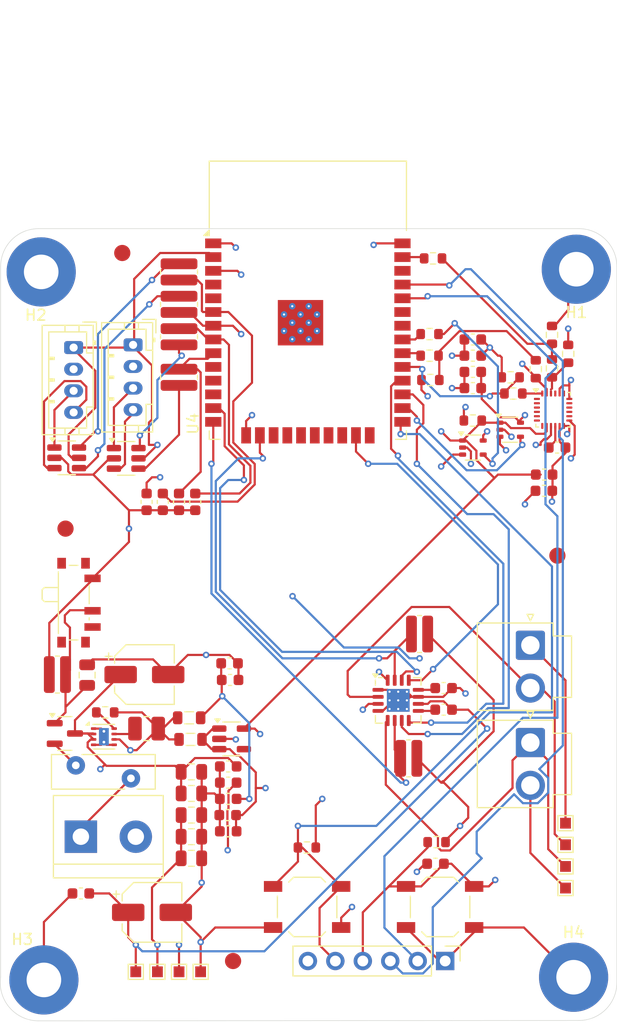
<source format=kicad_pcb>
(kicad_pcb (version 20241229) (generator "pcbnew") (generator_version "9.0")
  (layers (0 "F.Cu" signal) (4 "In1.Cu" power) (6 "In2.Cu" power) (2 "B.Cu" signal) (13 "F.Paste" user) (15 "B.Paste" user) (5 "F.SilkS" user "F.Silkscreen") (7 "B.SilkS" user "B.Silkscreen") (1 "F.Mask" user) (3 "B.Mask" user) (25 "Edge.Cuts" user))
  (net 0 "")
  (net 1 "VLOGIC")
  (net 2 "VIO18")
  (net 3 "Net-(J_M2-Pin_2)")
  (net 4 "Net-(J_M2-Pin_1)")
  (net 5 "Net-(J_M1-Pin_2)")
  (net 6 "Net-(J_M1-Pin_1)")
  (net 7 "VMOTOR")
  (net 8 "GND")
  (net 9 "Net-(POWER_SOURCE1-Pin_1)")
  (net 10 "/IMU_ICM20948/SPI_MISO")
  (net 12 "VLOGIC_MPU")
  (net 16 "Net-(IMU1-REGOUT)")
  (net 19 "/IMU_ICM20948/IMU_INT")
  (net 23 "/IMU_ICM20948/SPI_MOSI")
  (net 26 "/IMU_ICM20948/IMU_CS")
  (net 29 "/IMU_ICM20948/SPI_SCLK")
  (net 30 "/ENCODERS/ENC2_A")
  (net 31 "Net-(D_ENC2_ESDx1-I{slash}O1-Pad6)")
  (net 32 "/ENCODERS/ENC2_B")
  (net 33 "Net-(D_ENC2_ESDx1-I{slash}O2-Pad4)")
  (net 34 "Net-(D_ENC1_ESDx1-I{slash}O1-Pad6)")
  (net 35 "/ENCODERS/ENC1_A")
  (net 36 "/ENCODERS/ENC1_B")
  (net 37 "Net-(D_ENC1_ESDx1-I{slash}O2-Pad4)")
  (net 38 "Net-(Q1-G)")
  (net 39 "/DRV8833RTY/MDRV_nSLEEP")
  (net 40 "VLOGIC_RF")
  (net 41 "/DRV8833RTY/MDRV_nFAULT")
  (net 42 "/LevelShift_SPI5/CS_3V3")
  (net 43 "/LevelShift_SPI5/SCLK_3V3")
  (net 44 "Net-(7V4_TO_3V3-PG)")
  (net 45 "/LevelShift_SPI5/MOSI_3V3")
  (net 46 "/MCU_ESP32/GPIO0")
  (net 47 "/MCU_ESP32/EN")
  (net 48 "Net-(U4-IO18)")
  (net 49 "Net-(U4-IO23)")
  (net 50 "/LevelShift_SPI5/MISO_3V3")
  (net 51 "Net-(U4-IO19)")
  (net 55 "/DRV8833RTY/M2_IN1")
  (net 58 "/MCU_ESP32/U0TXD")
  (net 59 "/DRV8833RTY/M1_IN2")
  (net 61 "/DRV8833RTY/M2_IN2")
  (net 69 "/MCU_ESP32/U0RXD")
  (net 70 "/DRV8833RTY/M1_IN1")
  (net 72 "/LevelShift_SPI5/INT_3V3")
  (net 74 "Net-(J_ENC1-Pin_4)")
  (net 75 "Net-(J_ENC2-Pin_4)")
  (net 76 "Net-(J_ENC2-Pin_3)")
  (net 78 "Net-(Q1-S)")
  (net 79 "Net-(7V4_TO_3V3-SW)")
  (net 80 "Net-(MOTORS_DRIVER1-VINT)")
  (net 81 "Net-(MOTORS_DRIVER1-VCP)")
  (net 83 "Net-(J_ENC1-Pin_3)")
  (footprint "Capacitor_SMD:C_0603_1608Metric" (layer "F.Cu") (at 247.975 70.5 180)
    (property "Reference" "C1" (hide yes))
    (property "Value" "0.1µF" (hide yes))
  )
  (footprint "Fiducial:Fiducial_1.5mm_Mask3mm" (layer "F.Cu") (at 202.5 78)
    (property "Reference" "FID4" (hide yes))
    (property "Value" "Fiducial" (hide yes))
  )
  (footprint "Resistor_SMD:R_0603_1608Metric" (layer "F.Cu") (at 247.5 63.175 90)
    (property "Reference" "R_SCLK_TOP1" (hide yes))
    (property "Value" "820" (hide yes))
  )
  (footprint "Button_Switch_SMD:SW_SPST_TL3342" (layer "F.Cu") (at 224.85 113)
    (property "Reference" "SW_BOOT1" (hide yes))
    (property "Value" "BOOT" (hide yes))
  )
  (footprint "Capacitor_SMD:C_0603_1608Metric" (layer "F.Cu") (at 237.475 94.75)
    (property "Reference" "C_VCP1" (hide yes))
    (property "Value" "0.01µF" (hide yes))
  )
  (footprint "Connector_JST:JST_PH_B4B-PH-K_1x04_P2.00mm_Vertical" (layer "F.Cu") (at 208.75 61 -90)
    (property "Reference" "J_ENC1" (hide yes))
    (property "Value" "1=VENC, 2=GND, 3=A, 4=B" (hide yes))
  )
  (footprint "Button_Switch_SMD:SW_SPDT_PCM12" (layer "F.Cu") (at 203.57 84.85 -90)
    (property "Reference" "SW1" (hide yes))
    (property "Value" "SW_SPST" (hide yes))
  )
  (footprint "Capacitor_SMD:C_0603_1608Metric" (layer "F.Cu") (at 213 75.525 -90)
    (property "Reference" "C_ENC1_FILT_B1" (hide yes))
    (property "Value" "1nF" (hide yes))
  )
  (footprint "Connector_JST:JST_VH_B2P-VH-B_1x02_P3.96mm_Vertical" (layer "F.Cu") (at 245.5 97.79 -90)
    (property "Reference" "J_M2" (hide yes))
    (property "Value" "Conn_01x02" (hide yes))
  )
  (footprint "Capacitor_SMD:C_0805_2012Metric" (layer "F.Cu") (at 214.145 104.5)
    (property "Reference" "C_BUCK_OUT1" (hide yes))
    (property "Value" "22µF" (hide yes))
  )
  (footprint "Inductor_SMD:L_0805_2012Metric" (layer "F.Cu") (at 213.9375 95.5)
    (property "Reference" "FB2" (hide yes))
    (property "Value" "600R@100MHz 2A" (hide yes))
  )
  (footprint "MountingHole:MountingHole_3.2mm_M3_Pad" (layer "F.Cu") (at 249.75 54)
    (property "Reference" "H1")
    (property "Value" "MountingHole_Pad" (hide yes))
  )
  (footprint "Resistor_SMD:R_0612_1632Metric" (layer "F.Cu") (at 234.25 99.25)
    (property "Reference" "R_FAULT_PU1" (hide yes))
    (property "Value" "10k" (hide yes))
  )
  (footprint "Capacitor_SMD:C_0603_1608Metric" (layer "F.Cu") (at 240.175 63.5)
    (property "Reference" "C_VCCB_U5" (hide yes))
    (property "Value" "0.1µF" (hide yes))
  )
  (footprint "Resistor_SMD:R_0612_1632Metric" (layer "F.Cu") (at 213 64 -90)
    (property "Reference" "R_ENC1_A_SER1" (hide yes))
    (property "Value" "100" (hide yes))
  )
  (footprint "Capacitor_SMD:C_0603_1608Metric" (layer "F.Cu") (at 217.725 92)
    (property "Reference" "C_VENC2" (hide yes))
    (property "Value" "0.1µF" (hide yes))
  )
  (footprint "Capacitor_SMD:C_0805_2012Metric" (layer "F.Cu") (at 204.5 91.55 -90)
    (property "Reference" "C_GATE_SOFT1" (hide yes))
    (property "Value" "47n" (hide yes))
  )
  (footprint "Inductor_SMD:L_0805_2012Metric" (layer "F.Cu") (at 214.0625 97.5)
    (property "Reference" "FB1" (hide yes))
    (property "Value" "600R@100MHz 2A" (hide yes))
  )
  (footprint "Resistor_SMD:R_0612_1632Metric" (layer "F.Cu") (at 213 54.25 90)
    (property "Reference" "R_ENC2_B_SER1" (hide yes))
    (property "Value" "100" (hide yes))
  )
  (footprint "Resistor_SMD:R_0603_1608Metric" (layer "F.Cu") (at 243.925 65.5 180)
    (property "Reference" "R_MOSI_TOP1" (hide yes))
    (property "Value" "820" (hide yes))
  )
  (footprint "Resistor_SMD:R_0603_1608Metric" (layer "F.Cu") (at 240.175 68)
    (property "Reference" "R_CS_PU1" (hide yes))
    (property "Value" "10k" (hide yes))
  )
  (footprint "Resistor_SMD:R_0603_1608Metric" (layer "F.Cu") (at 206.175 95 180)
    (property "Reference" "R_PG1" (hide yes))
    (property "Value" "100k" (hide yes))
  )
  (footprint "Capacitor_SMD:C_0603_1608Metric" (layer "F.Cu") (at 217.55 103 180)
    (property "Reference" "C_3V3_dec2" (hide yes))
    (property "Value" "0.1µF" (hide yes))
  )
  (footprint "Resistor_SMD:R_0603_1608Metric" (layer "F.Cu") (at 236.5 53 180)
    (property "Reference" "R3" (hide yes))
    (property "Value" "33" (hide yes))
  )
  (footprint "Capacitor_SMD:C_0805_2012Metric" (layer "F.Cu") (at 214.145 106.5)
    (property "Reference" "C_BUCK_OUT2" (hide yes))
    (property "Value" "22µF" (hide yes))
  )
  (footprint "Button_Switch_SMD:SW_SPST_TL3342" (layer "F.Cu") (at 237.15 113)
    (property "Reference" "SW_RESET1" (hide yes))
    (property "Value" "RESET" (hide yes))
  )
  (footprint "Resistor_SMD:R_0603_1608Metric" (layer "F.Cu") (at 236.175 62 180)
    (property "Reference" "R2" (hide yes))
    (property "Value" "33" (hide yes))
  )
  (footprint "MountingHole:MountingHole_3.2mm_M3_Pad" (layer "F.Cu") (at 200.25 54.25)
    (property "Reference" "H2")
    (property "Value" "MountingHole_Pad" (hide yes))
  )
  (footprint "Resistor_SMD:R_0612_1632Metric" (layer "F.Cu") (at 213 57.25 90)
    (property "Reference" "R_ENC2_A_SER1" (hide yes))
    (property "Value" "100" (hide yes))
  )
  (footprint "TestPoint:TestPoint_Pad_1.0x1.0mm" (layer "F.Cu") (at 213 119)
    (property "Reference" "VIO18_POINT1" (hide yes))
    (property "Value" "VIO18" (hide yes))
  )
  (footprint "Fiducial:Fiducial_1.5mm_Mask3mm" (layer "F.Cu") (at 248 80.5 90)
    (property "Reference" "FID3" (hide yes))
    (property "Value" "Fiducial" (hide yes))
  )
  (footprint "Package_TO_SOT_SMD:SOT-23" (layer "F.Cu") (at 202.4375 96.95)
    (property "Reference" "Q1" (hide yes))
    (property "Value" "Q_PMOS_GSD" (hide yes))
  )
  (footprint "Capacitor_SMD:C_0603_1608Metric" (layer "F.Cu") (at 246.75 74.5 180)
    (property "Reference" "C2" (hide yes))
    (property "Value" "0.1µF" (hide yes))
  )
  (footprint "Resistor_SMD:R_0603_1608Metric" (layer "F.Cu") (at 236.25 64.25)
    (property "Reference" "R_CS_BOT1" (hide yes))
    (property "Value" "1k" (hide yes))
  )
  (footprint "Capacitor_SMD:C_0805_2012Metric" (layer "F.Cu") (at 214.145 108.5)
    (property "Reference" "C_3V3_bulk1" (hide yes))
    (property "Value" "10µF" (hide yes))
  )
  (footprint "Package_SON:WSON-8-1EP_2x2mm_P0.5mm_EP0.9x1.6mm_ThermalVias" (layer "F.Cu") (at 206.05 97.25)
    (property "Reference" "7V4_TO_3V3" (hide yes))
    (property "Value" "TPS62162DSG" (hide yes))
  )
  (footprint "Capacitor_SMD:C_0603_1608Metric" (layer "F.Cu") (at 217.55 106 180)
    (property "Reference" "C_IN_1V8" (hide yes))
    (property "Value" "1µF" (hide yes))
  )
  (footprint "Resistor_SMD:R_0603_1608Metric" (layer "F.Cu") (at 246 63.25 90)
    (property "Reference" "R_CS_TOP1" (hide yes))
    (property "Value" "820" (hide yes))
  )
  (footprint "TestPoint:TestPoint_Pad_1.0x1.0mm" (layer "F.Cu") (at 248.75 109.25)
    (property "Reference" "BOUT1_POINT1" (hide yes))
    (property "Value" "BOUT1" (hide yes))
  )
  (footprint "Capacitor_SMD:C_0603_1608Metric" (layer "F.Cu") (at 217.5 104.5 180)
    (property "Reference" "C_3V3_dec1" (hide yes))
    (property "Value" "0.1µF" (hide yes))
  )
  (footprint "Fuse:Fuse_Bourns_MF-RHT200" (layer "F.Cu") (at 203.45 99.9)
    (property "Reference" "POWER_POLYFUSE1" (hide yes))
    (property "Value" "2A")
  )
  (footprint "Capacitor_SMD:C_0603_1608Metric" (layer "F.Cu") (at 217.55 100 180)
    (property "Reference" "C_VM_dec1" (hide yes))
    (property "Value" "0.1µF" (hide yes))
  )
  (footprint "Package_TO_SOT_SMD:SOT-353_SC-70-5" (layer "F.Cu") (at 240.185 70.5)
    (property "Reference" "U5" (hide yes))
    (property "Value" "SN74AUP1T34DCK" (hide yes))
  )
  (footprint "Sensor_Motion:InvenSense_QFN-24_3x3mm_P0.4mm" (layer "F.Cu") (at 247.605 67)
    (property "Reference" "IMU1" (hide yes))
    (property "Value" "ICM-20948" (hide yes))
  )
  (footprint "Connector_JST:JST_PH_B4B-PH-K_1x04_P2.00mm_Vertical" (layer "F.Cu") (at 203.25 61.25 -90)
    (property "Reference" "J_ENC2" (hide yes))
    (property "Value" "1=VENC, 2=GND, 3=A, 4=B" (hide yes))
  )
  (footprint "Fiducial:Fiducial_1.5mm_Mask3mm" (layer "F.Cu") (at 218 118)
    (property "Reference" "FID1" (hide yes))
    (property "Value" "Fiducial" (hide yes))
  )
  (footprint "Resistor_SMD:R_0603_1608Metric" (layer "F.Cu") (at 236.175 60 180)
    (property "Reference" "R4" (hide yes))
    (property "Value" "33" (hide yes))
  )
  (footprint "Resistor_SMD:R_0603_1608Metric" (layer "F.Cu") (at 224.825 107.5)
    (property "Reference" "R_BOOT1" (hide yes))
    (property "Value" "10k" (hide yes))
  )
  (footprint "Capacitor_SMD:C_0603_1608Metric" (layer "F.Cu") (at 240.175 62)
    (property "Reference" "C_VCCA_U6" (hide yes))
    (property "Value" "0.1µF" (hide yes))
  )
  (footprint "Capacitor_SMD:C_0603_1608Metric" (layer "F.Cu") (at 236.725 109)
    (property "Reference" "C_EN1" (hide yes))
    (property "Value" "100n" (hide yes))
  )
  (footprint "Package_TO_SOT_SMD:SOT-23-6" (layer "F.Cu") (at 208.1125 71.5)
    (property "Reference" "D_ENC1_ESDx1" (hide yes))
    (property "Value" "USBLC6-2SC6" (hide yes))
  )
  (footprint "Capacitor_SMD:C_0603_1608Metric" (layer "F.Cu") (at 240.175 60.5)
    (property "Reference" "C_VCCA_U5" (hide yes))
    (property "Value" "0.1µF" (hide yes))
  )
  (footprint "Package_DFN_QFN:Texas_RTY_WQFN-16-1EP_4x4mm_P0.65mm_EP2.1x2.1mm_ThermalVias" (layer "F.Cu") (at 233.275 93.8875)
    (property "Reference" "MOTORS_DRIVER1" (hide yes))
    (property "Value" "DRV8833RTY" (hide yes))
  )
  (footprint "MountingHole:MountingHole_3.2mm_M3_Pad" (layer "F.Cu") (at 249.5 119.5)
    (property "Reference" "H4")
    (property "Value" "MountingHole_Pad" (hide yes))
  )
  (footprint "RF_Module:ESP32-WROOM-32" (layer "F.Cu") (at 224.9175 59.86)
    (property "Reference" "U4")
    (property "Value" "ESP32-WROOM-32")
  )
  (footprint "TestPoint:TestPoint_Pad_1.0x1.0mm" (layer "F.Cu") (at 248.75 107.25)
    (property "Reference" "AOUT2_POINT1" (hide yes))
    (property "Value" "AOUT2" (hide yes))
  )
  (footprint "Capacitor_SMD:CP_Elec_5x5.8" (layer "F.Cu") (at 209.8 91.5)
    (property "Reference" "C_VM_bulk2" (hide yes))
    (property "Value" "47µF" (hide yes))
  )
  (footprint "Capacitor_SMD:C_0805_2012Metric" (layer "F.Cu") (at 214.145 102.5)
    (property "Reference" "C_BUCK_IN2" (hide yes))
    (property "Value" "10µF" (hide yes))
  )
  (footprint "Capacitor_SMD:C_0603_1608Metric" (layer "F.Cu") (at 211.5 75.525 -90)
    (property "Reference" "C_ENC2_FILT_A1" (hide yes))
    (property "Value" "1nF" (hide yes))
  )
  (footprint "Capacitor_SMD:C_0603_1608Metric" (layer "F.Cu") (at 217.675 90.46)
    (property "Reference" "C_VENC1" (hide yes))
    (property "Value" "0.1µF" (hide yes))
  )
  (footprint "Resistor_SMD:R_0603_1608Metric" (layer "F.Cu") (at 249 61.825 90)
    (property "Reference" "R1" (hide yes))
    (property "Value" "1K" (hide yes))
  )
  (footprint "Capacitor_SMD:CP_Elec_5x5.8" (layer "F.Cu") (at 210.5 113.5)
    (property "Reference" "C_VM_bulk1" (hide yes))
    (property "Value" "47µF")
  )
  (footprint "Capacitor_SMD:C_0603_1608Metric" (layer "F.Cu") (at 217.55 101.5 180)
    (property "Reference" "C_OUT_1V1" (hide yes))
    (property "Value" "1µF" (hide yes))
  )
  (footprint "Inductor_SMD:L_1008_2520Metric" (layer "F.Cu") (at 210 96.5)
    (property "Reference" "L1" (hide yes))
    (property "Value" "2.2µH" (hide yes))
  )
  (footprint "Resistor_SMD:R_0612_1632Metric" (layer "F.Cu") (at 235.25 87.75 180)
    (property "Reference" "R_SLEEP_PU1" (hide yes))
    (property "Value" "10k" (hide yes))
  )
  (footprint "Package_TO_SOT_SMD:SOT-353_SC-70-5" (layer "F.Cu") (at 243.635 68.85)
    (property "Reference" "U6" (hide yes))
    (property "Value" "SN74AUP1T34DCK" (hide yes))
  )
  (footprint "TerminalBlock:TerminalBlock_bornier-2_P5.08mm" (layer "F.Cu") (at 203.92 106.5)
    (property "Reference" "POWER_SOURCE1" (hide yes))
    (property "Value" "7.4V")
  )
  (footprint "TestPoint:TestPoint_Pad_1.0x1.0mm" (layer "F.Cu") (at 248.75 111.25)
    (property "Reference" "BOUT2_POINT1" (hide yes))
    (property "Value" "BOUT2" (hide yes))
  )
  (footprint "Connector_PinHeader_2.54mm:PinHeader_1x06_P2.54mm_Vertical" (layer "F.Cu") (at 237.62 118 -90)
    (property "Reference" "J_PROG1" (hide yes))
    (property "Value" "Conn_01x06" (hide yes))
  )
  (footprint "Capacitor_SMD:C_0603_1608Metric" (layer "F.Cu") (at 214.5 75.525 -90)
    (property "Reference" "C_ENC1_FILT_A1" (hide yes))
    (property "Value" "1nF" (hide yes))
  )
  (footprint "Capacitor_SMD:C_0603_1608Metric" (layer "F.Cu") (at 210 75.525 -90)
    (property "Reference" "C_ENC2_FILT_B1" (hide yes))
    (property "Value" "1nF" (hide yes))
  )
  (footprint "TestPoint:TestPoint_Pad_1.0x1.0mm" (layer "F.Cu") (at 215 119)
    (property "Reference" "GROUND_POINT1" (hide yes))
    (property "Value" "GND" (hide yes))
  )
  (footprint "Capacitor_SMD:C_0603_1608Metric" (layer "F.Cu") (at 246.775 73)
    (property "Reference" "C3" (hide yes))
    (property "Value" "0.1µF" (hide yes))
  )
  (footprint "Capacitor_SMD:C_0805_2012Metric" (layer "F.Cu") (at 214.145 100.5)
    (property "Reference" "C_BUCK_IN1" (hide yes))
    (property "Value" "10µF" (hide yes))
  )
  (footprint "TestPoint:TestPoint_Pad_1.0x1.0mm" (layer "F.Cu") (at 248.75 105.25)
    (property "Reference" "AOUT1_POINT1" (hide yes))
    (property "Value" "AOUT1" (hide yes))
  )
  (footprint "Resistor_SMD:R_0603_1608Metric" (layer "F.Cu") (at 243.675 64)
    (property "Reference" "R_MOSI_BOT1" (hide yes))
    (property "Value" "1k" (hide yes))
  )
  (footprint "Package_TO_SOT_SMD:SOT-23-6" (layer "F.Cu") (at 202.6125 71.45)
    (property "Reference" "D_ENC2_ESDx1" (hide yes))
    (property "Value" "USBLC6-2SC6" (hide yes))
  )
  (footprint "TestPoint:TestPoint_Pad_1.0x1.0mm" (layer "F.Cu") (at 211 119)
    (property "Reference" "LOGIC_POINT1" (hide yes))
    (property "Value" "VLOGIC" (hide yes))
  )
  (footprint "Capacitor_SMD:C_0603_1608Metric" (layer "F.Cu") (at 237.475 92.75 180)
    (property "Reference" "C_VINT1" (hide yes))
    (property "Value" "0.1µF" (hide yes))
  )
  (footprint "Resistor_SMD:R_0612_1632Metric" (layer "F.Cu") (at 213 60.25 -90)
    (property "Reference" "R_ENC1_B_SER1" (hide yes))
    (property "Value" "100" (hide yes))
  )
  (footprint "Resistor_SMD:R_0612_1632Metric" (layer "F.Cu") (at 201.75 91.5)
    (property "Reference" "R_GATE_PULL1" (hide yes))
    (property "Value" "100k" (hide yes))
  )
  (footprint "Capacitor_SMD:C_0603_1608Metric" (layer "F.Cu") (at 240.175 65)
    (property "Reference" "C_VCCB_U6" (hide yes))
    (property "Value" "0.1µF" (hide yes))
  )
  (footprint "Capacitor_SMD:C_0603_1608Metric" (layer "F.Cu") (at 203.92 111.75 180)
    (property "Reference" "C_VM_dec2" (hide yes))
    (property "Value" "0.1µF" (hide yes))
  )
  (footprint "Fiducial:Fiducial_1.5mm_Mask3mm" (layer "F.Cu") (at 207.75 52.5 180)
    (property "Reference" "FID2" (hide yes))
    (property "Value" "Fiducial" (hide yes))
  )
  (footprint "TestPoint:TestPoint_Pad_1.0x1.0mm" (layer "F.Cu") (at 209 119)
    (property "Reference" "MOTOR_POINT1" (hide yes))
    (property "Value" "VMOTOR" (hide yes))
  )
  (footprint "Resistor_SMD:R_0603_1608Metric" (layer "F.Cu") (at 247.5 60.075 -90)
    (property "Reference" "R_SCLK_BOT1" (hide yes))
    (property "Value" "1k" (hide yes))
  )
  (footprint "Resistor_SMD:R_0603_1608Metric" (layer "F.Cu") (at 236.825 107)
    (property "Reference" "R_EN1" (hide yes))
    (property "Value" "10k" (hide yes))
  )
  (footprint "Package_TO_SOT_SMD:SOT-23-5" (layer "F.Cu") (at 217.8625 97.45)
    (property "Reference" "3V3_TO_1V8" (hide yes))
    (property "Value" "TLV70018_SOT23-5" (hide yes))
  )
  (footprint "MountingHole:MountingHole_3.2mm_M3_Pad" (layer "F.Cu") (at 200.5 119.75)
    (property "Reference" "H3")
    (property "Value" "MountingHole_Pad" (hide yes))
  )
  (footprint "Connector_JST:JST_VH_B2P-VH-B_1x02_P3.96mm_Vertical" (layer "F.Cu") (at 245.5 88.79 -90)
    (property "Reference" "J_M1" (hide yes))
    (property "Value" "Conn_01x02" (hide yes))
  )
  (gr_line (start 247.75 59.25) (end 249 57.75) (stroke (width 0.2)) (layer "F.Cu") (net 8))
  (gr_arc (start 250 50.25) (mid 252.474874 51.275126) (end 253.5 53.75) (stroke (width 0.05)) (layer "Edge.Cuts"))
  (gr_arc (start 200 123.535534) (mid 197.329067 122.316488) (end 196.5 119.5) (stroke (width 0.05)) (layer "Edge.Cuts"))
  (gr_line (start 250 123.5) (end 200 123.535534) (stroke (width 0.05)) (layer "Edge.Cuts"))
  (gr_arc (start 196.5 53.75) (mid 197.525126 51.275126) (end 200 50.25) (stroke (width 0.05)) (layer "Edge.Cuts"))
  (gr_line (start 196.5 119.5) (end 196.5 53.75) (stroke (width 0.05)) (layer "Edge.Cuts"))
  (gr_line (start 200 50.25) (end 250 50.25) (stroke (width 0.05)) (layer "Edge.Cuts"))
  (gr_arc (start 253.5 120) (mid 252.474874 122.474874) (end 250 123.5) (stroke (width 0.05)) (layer "Edge.Cuts"))
  (gr_line (start 253.5 53.75) (end 253.5 120) (stroke (width 0.05)) (layer "Edge.Cuts"))
  (segment (start 212.5 95.5) (end 213 95.5) (width 0.2) (layer "F.Cu") (net 1))
  (segment (start 213.195 104.5) (end 213.195 108.5) (width 0.2) (layer "F.Cu") (net 1))
  (segment (start 211.075 96.5) (end 212.075 97.5) (width 0.2) (layer "F.Cu") (net 1))
  (segment (start 209.575 95) (end 211.075 96.5) (width 0.2) (layer "F.Cu") (net 1))
  (segment (start 209.075 98.5) (end 208.5 98.5) (width 0.2) (layer "F.Cu") (net 1))
  (segment (start 213.195 108.5) (end 210.5 111.195) (width 0.2) (layer "F.Cu") (net 1))
  (segment (start 212.075 97.5) (end 213 97.5) (width 0.2) (layer "F.Cu") (net 1))
  (segment (start 211.075 96.5) (end 209.075 98.5) (width 0.2) (layer "F.Cu") (net 1))
  (segment (start 207.5 97.5) (end 208.5 98.5) (width 0.2) (layer "F.Cu") (net 1))
  (segment (start 207 97.5) (end 207.5 97.5) (width 0.2) (layer "F.Cu") (net 1))
  (segment (start 207 95) (end 209.575 95) (width 0.2) (layer "F.Cu") (net 1))
  (segment (start 211.075 96.5) (end 211.5 96.5) (width 0.2) (layer "F.Cu") (net 1))
  (segment (start 211.5 96.5) (end 212.5 95.5) (width 0.2) (layer "F.Cu") (net 1))
  (segment (start 211 119) (end 211 116.5) (width 0.2) (layer "F.Cu") (net 1))
  (segment (start 210.5 111.195) (end 210.5 116) (width 0.2) (layer "F.Cu") (net 1))
  (segment (start 210.5 116) (end 211 116.5) (width 0.2) (layer "F.Cu") (net 1))
  (via (at 208.5 98.5) (size 0.6) (drill 0.3) (layers "F.Cu" "B.Cu") (net 1))
  (via (at 211 116.5) (size 0.6) (drill 0.3) (layers "F.Cu" "B.Cu") (net 1))
  (segment (start 217.526 107.724) (end 217.5 107.75) (width 0.2) (layer "F.Cu") (net 2))
  (segment (start 241.2 68.2) (end 241 68) (width 0.2) (layer "F.Cu") (net 2))
  (segment (start 242.5 73) (end 246.45 73) (width 0.2) (layer "F.Cu") (net 2))
  (segment (start 245.47789 68.701) (end 246.00089 69.224) (width 0.2) (layer "F.Cu") (net 2))
  (segment (start 218.325 101.5) (end 217.574 102.251) (width 0.2) (layer "F.Cu") (net 2))
  (segment (start 217.526 105.52589) (end 217.526 107.724) (width 0.2) (layer "F.Cu") (net 2))
  (segment (start 241 68.085) (end 239.235 69.85) (width 0.2) (layer "F.Cu") (net 2))
  (segment (start 246.776 69.224) (end 247.005 68.995) (width 0.2) (layer "F.Cu") (net 2))
  (segment (start 219 96.5) (end 220 96.5) (width 0.2) (layer "F.Cu") (net 2))
  (segment (start 238.1 69.85) (end 237.25 69) (width 0.2) (layer "F.Cu") (net 2))
  (segment (start 239.4 60.5) (end 239.4 62) (width 0.2) (layer "F.Cu") (net 2))
  (segment (start 243.2 68.2) (end 243.701 68.701) (width 0.2) (layer "F.Cu") (net 2))
  (segment (start 239.4 62) (end 238.25 62) (width 0.2) (layer "F.Cu") (net 2))
  (segment (start 242.685 68.2) (end 241.2 68.2) (width 0.2) (layer "F.Cu") (net 2))
  (segment (start 240.509 70.799001) (end 240.509 71.659057) (width 0.2) (layer "F.Cu") (net 2))
  (segment (start 246.00089 69.224) (end 246.776 69.224) (width 0.2) (layer "F.Cu") (net 2))
  (segment (start 239.235 69.85) (end 239.559999 69.85) (width 0.2) (layer "F.Cu") (net 2))
  (segment (start 241 68) (end 241 68.085) (width 0.2) (layer "F.Cu") (net 2))
  (segment (start 242.125 73.375) (end 242.5 73) (width 0.2) (layer "F.Cu") (net 2))
  (segment (start 239.235 69.85) (end 238.1 69.85) (width 0.2) (layer "F.Cu") (net 2))
  (segment (start 217.574 102.251) (end 217.574 103.92789) (width 0.2) (layer "F.Cu") (net 2))
  (segment (start 247.005 68.995) (end 247.005 68.5) (width 0.2) (layer "F.Cu") (net 2))
  (segment (start 240.509 71.659057) (end 242.125 73.275057) (width 0.2) (layer "F.Cu") (net 2))
  (segment (start 217.476 104.02589) (end 217.476 105.47589) (width 0.2) (layer "F.Cu") (net 2))
  (segment (start 239.559999 69.85) (end 240.509 70.799001) (width 0.2) (layer "F.Cu") (net 2))
  (segment (start 219 96.5) (end 242.125 73.375) (width 0.2) (layer "F.Cu") (net 2))
  (segment (start 242.125 73.275057) (end 242.125 73.375) (width 0.2) (layer "F.Cu") (net 2))
  (segment (start 242.685 68.2) (end 243.2 68.2) (width 0.2) (layer "F.Cu") (net 2))
  (segment (start 243.701 68.701) (end 245.47789 68.701) (width 0.2) (layer "F.Cu") (net 2))
  (segment (start 217.476 105.47589) (end 217.526 105.52589) (width 0.2) (layer "F.Cu") (net 2))
  (segment (start 220 96.5) (end 220.5 97) (width 0.2) (layer "F.Cu") (net 2))
  (segment (start 217.574 103.92789) (end 217.476 104.02589) (width 0.2) (layer "F.Cu") (net 2))
  (segment (start 213 119) (end 213 116.5) (width 0.2) (layer "F.Cu") (net 2))
  (via (at 220.5 97) (size 0.6) (drill 0.3) (layers "F.Cu" "B.Cu") (net 2))
  (via (at 213 116.5) (size 0.6) (drill 0.3) (layers "F.Cu" "B.Cu") (net 2))
  (via (at 238.25 62) (size 0.6) (drill 0.3) (layers "F.Cu" "B.Cu") (net 2))
  (via (at 217.5 107.75) (size 0.6) (drill 0.3) (layers "F.Cu" "B.Cu") (net 2))
  (via (at 237.25 69) (size 0.6) (drill 0.3) (layers "F.Cu" "B.Cu") (net 2))
  (segment (start 230.5375 94.2125) (end 230 94.75) (width 0.2) (layer "F.Cu") (net 3))
  (segment (start 245.5 108) (end 245.5 101.75) (width 0.2) (layer "F.Cu") (net 3))
  (segment (start 248.75 111.25) (end 245.5 108) (width 0.2) (layer "F.Cu") (net 3))
  (segment (start 231.4125 94.2125) (end 230.5375 94.2125) (width 0.2) (layer "F.Cu") (net 3))
  (via (at 230 94.75) (size 0.6) (drill 0.3) (layers "F.Cu" "B.Cu") (net 3))
  (segment (start 238.063064 107.776) (end 243.849 101.990064) (width 0.2) (layer "F.Cu") (net 4))
  (segment (start 247.151 107.651) (end 247.151 99.441) (width 0.2) (layer "F.Cu") (net 4))
  (segment (start 236.949 106.511936) (end 236.949 107.488064) (width 0.2) (layer "F.Cu") (net 4))
  (segment (start 232.125001 101.687937) (end 236.949 106.511936) (width 0.2) (layer "F.Cu") (net 4))
  (segment (start 243.849 99.441) (end 245.5 97.79) (width 0.2) (layer "F.Cu") (net 4))
  (segment (start 247.151 99.441) (end 245.5 97.79) (width 0.2) (layer "F.Cu") (net 4))
  (segment (start 237.236936 107.776) (end 238.063064 107.776) (width 0.2) (layer "F.Cu") (net 4))
  (segment (start 243.849 101.990064) (end 243.849 99.441) (width 0.2) (layer "F.Cu") (net 4))
  (segment (start 232.3 95.75) (end 232.125001 95.924999) (width 0.2) (layer "F.Cu") (net 4))
  (segment (start 248.75 109.25) (end 247.151 107.651) (width 0.2) (layer "F.Cu") (net 4))
  (segment (start 236.949 107.488064) (end 237.236936 107.776) (width 0.2) (layer "F.Cu") (net 4))
  (segment (start 232.125001 95.924999) (end 232.125001 101.687937) (width 0.2) (layer "F.Cu") (net 4))
  (segment (start 247.75 94) (end 246.5 92.75) (width 0.2) (layer "F.Cu") (net 5))
  (segment (start 247.75 106.25) (end 247.75 94) (width 0.2) (layer "F.Cu") (net 5))
  (segment (start 228.8125 93.5625) (end 231.4125 93.5625) (width 0.2) (layer "F.Cu") (net 5))
  (segment (start 228.599746 93.349746) (end 228.8125 93.5625) (width 0.2) (layer "F.Cu") (net 5))
  (segment (start 248.75 107.25) (end 247.75 106.25) (width 0.2) (layer "F.Cu") (net 5))
  (segment (start 234.51384 85.25) (end 228.599746 91.164094) (width 0.2) (layer "F.Cu") (net 5))
  (segment (start 245.5 92.75) (end 238 85.25) (width 0.2) (layer "F.Cu") (net 5))
  (segment (start 238 85.25) (end 234.51384 85.25) (width 0.2) (layer "F.Cu") (net 5))
  (segment (start 228.599746 91.164094) (end 228.599746 93.349746) (width 0.2) (layer "F.Cu") (net 5))
  (segment (start 246.5 92.75) (end 245.5 92.75) (width 0.2) (layer "F.Cu") (net 5))
  (segment (start 248.75 105.25) (end 248.75 92.04) (width 0.2) (layer "F.Cu") (net 6))
  (segment (start 232.3 92.025) (end 232.275 92.025) (width 0.2) (layer "F.Cu") (net 6))
  (segment (start 245.5 88.79) (end 248.75 92.04) (width 0.2) (layer "F.Cu") (net 6))
  (segment (start 232.275 92.025) (end 231.5 91.25) (width 0.2) (layer "F.Cu") (net 6))
  (via (at 231.5 91.25) (size 0.6) (drill 0.3) (layers "F.Cu" "B.Cu") (net 6))
  (segment (start 203.375 95.725) (end 203.375 96.95) (width 0.2) (layer "F.Cu") (net 7))
  (segment (start 236.25089 93.974) (end 237.474 93.974) (width 0.2) (layer "F.Cu") (net 7))
  (segment (start 208.3 113.5) (end 208.3 115.8) (width 0.2) (layer "F.Cu") (net 7))
  (segment (start 239.75 94.75) (end 241.5 96.5) (width 0.2) (layer "F.Cu") (net 7))
  (segment (start 203.375 96.95) (end 205.05 96.95) (width 0.2) (layer "F.Cu") (net 7))
  (segment (start 204.834202 97.5) (end 205.1 97.5) (width 0.2) (layer "F.Cu") (net 7))
  (segment (start 217.549 99.224) (end 214.471 99.224) (width 0.2) (layer "F.Cu") (net 7))
  (segment (start 204.549 98.214798) (end 204.549 97.785202) (width 0.2) (layer "F.Cu") (net 7))
  (segment (start 207.6 91.5) (end 203.375 95.725) (width 0.2) (layer "F.Cu") (net 7))
  (segment (start 213.195 100.5) (end 212.639 99.944) (width 0.2) (layer "F.Cu") (net 7))
  (segment (start 218.325 100) (end 217.549 99.224) (width 0.2) (layer "F.Cu") (net 7))
  (segment (start 204.549 97.785202) (end 204.834202 97.5) (width 0.2) (layer "F.Cu") (net 7))
  (segment (start 237.474 93.974) (end 238.25 94.75) (width 0.2) (layer "F.Cu") (net 7))
  (segment (start 214.471 99.224) (end 213.195 100.5) (width 0.2) (layer "F.Cu") (net 7))
  (segment (start 205.05 96.95) (end 205.1 97) (width 0.2) (layer "F.Cu") (net 7))
  (segment (start 203.375 96.95) (end 204.55 96.95) (width 0.2) (layer "F.Cu") (net 7))
  (segment (start 208.3 115.8) (end 209 116.5) (width 0.2) (layer "F.Cu") (net 7))
  (segment (start 206.55 111.75) (end 208.3 113.5) (width 0.2) (layer "F.Cu") (net 7))
  (segment (start 209 119) (end 209 116.5) (width 0.2) (layer "F.Cu") (net 7))
  (segment (start 206.167101 99.832899) (end 204.549 98.214798) (width 0.2) (layer "F.Cu") (net 7))
  (segment (start 235.1375 94.2125) (end 236.01239 94.2125) (width 0.2) (layer "F.Cu") (net 7))
  (segment (start 206.138101 99.832899) (end 205.721 100.25) (width 0.2) (layer "F.Cu") (net 7))
  (segment (start 213.195 102.5) (end 213.195 100.5) (width 0.2) (layer "F.Cu") (net 7))
  (segment (start 206.278202 99.944) (end 206.167101 99.832899) (width 0.2) (layer "F.Cu") (net 7))
  (segment (start 236.01239 94.2125) (end 236.25089 93.974) (width 0.2) (layer "F.Cu") (net 7))
  (segment (start 206.167101 99.832899) (end 206.138101 99.832899) (width 0.2) (layer "F.Cu") (net 7))
  (segment (start 204.55 96.95) (end 205.1 97.5) (width 0.2) (layer "F.Cu") (net 7))
  (segment (start 204.695 111.75) (end 206.55 111.75) (width 0.2) (layer "F.Cu") (net 7))
  (segment (start 238.25 94.75) (end 239.75 94.75) (width 0.2) (layer "F.Cu") (net 7))
  (segment (start 212.639 99.944) (end 206.278202 99.944) (width 0.2) (layer "F.Cu") (net 7))
  (via (at 241.5 96.5) (size 0.6) (drill 0.3) (layers "F.Cu" "B.Cu") (net 7))
  (via (at 205.721 100.25) (size 0.6) (drill 0.3) (layers "F.Cu" "B.Cu") (net 7))
  (via (at 209 116.5) (size 0.6) (drill 0.3) (layers "F.Cu" "B.Cu") (net 7))
  (segment (start 209.601 117.101) (end 209 116.5) (width 0.2) (layer "B.Cu") (net 7))
  (segment (start 241.5 96.5) (end 220.899 117.101) (width 0.2) (layer "B.Cu") (net 7))
  (segment (start 220.899 117.101) (end 209.601 117.101) (width 0.2) (layer "B.Cu") (net 7))
  (segment (start 216.35 114.9) (end 215 116.25) (width 0.2) (layer "F.Cu") (net 8))
  (segment (start 234.4 93.5625) (end 234.075 93.8875) (width 0.2) (layer "F.Cu") (net 8))
  (segment (start 247.55 73) (end 247.55 72.2) (width 0.2) (layer "F.Cu") (net 8))
  (segment (start 242.685 69.5) (end 242.685 70.185) (width 0.2) (layer "F.Cu") (net 8))
  (segment (start 206.620532 71.45) (end 206.975 71.45) (width 0.2) (layer "F.Cu") (net 8))
  (segment (start 239 92.75) (end 239.5 93.25) (width 0.2) (layer "F.Cu") (net 8))
  (segment (start 205.8 96.5) (end 205.1 96.5) (width 0.2) (layer "F.Cu") (net 8))
  (segment (start 212.7 113.5) (end 215 115.8) (width 0.2) (layer "F.Cu") (net 8))
  (segment (start 218.25 52) (end 217.86 51.61) (width 0.2) (layer "F.Cu") (net 8))
  (segment (start 231.853553 94.8625) (end 231.4125 94.8625) (width 0.2) (layer "F.Cu") (net 8))
  (segment (start 215.095 110.75) (end 215.095 108.5) (width 0.2) (layer "F.Cu") (net 8))
  (segment (start 242.685 62) (end 242.5 62) (width 0.2) (layer "F.Cu") (net 8))
  (segment (start 242.85 62.165) (end 242.685 62) (width 0.2) (layer "F.Cu") (net 8))
  (segment (start 202.75 72.704468) (end 203.046532 73.001) (width 0.2) (layer "F.Cu") (net 8))
  (segment (start 240.3 115.32) (end 240.3 114.9) (width 0.2) (layer "F.Cu") (net 8))
  (segment (start 218.2 97.45) (end 218.25 97.5) (width 0.2) (layer "F.Cu") (net 8))
  (segment (start 235.1375 93.5625) (end 237.4375 93.5625) (width 0.2) (layer "F.Cu") (net 8))
  (segment (start 248.205 65.5) (end 248.205 65.045) (width 0.2) (layer "F.Cu") (net 8))
  (segment (start 215.095 102.5) (end 216.275 102.5) (width 0.2) (layer "F.Cu") (net 8))
  (segment (start 237.62 118) (end 237.1 118) (width 0.2) (layer "F.Cu") (net 8))
  (segment (start 231 51.75) (end 231.14 51.61) (width 0.2) (layer "F.Cu") (net 8))
  (segment (start 235.75 109) (end 235 109.75) (width 0.2) (layer "F.Cu") (net 8))
  (segment (start 249.105 64.395) (end 249.25 64.25) (width 0.2) (layer "F.Cu") (net 8))
  (segment (start 237.4375 93.5625) (end 238.25 92.75) (width 0.2) (layer "F.Cu") (net 8))
  (segment (start 247.55 73) (end 247.55 74.475) (width 0.2) (layer "F.Cu") (net 8))
  (segment (start 219.2075 68.0425) (end 219.75 67.5) (width 0.2) (layer "F.Cu") (net 8))
  (segment (start 231.4125 92.9125) (end 232.3 92.9125) (width 0.2) (layer "F.Cu") (net 8))
  (segment (start 201 91.5) (end 201 86.722785) (width 0.2) (layer "F.Cu") (net 8))
  (segment (start 248.205 65.045) (end 248.5 64.75) (width 0.2) (layer "F.Cu") (net 8))
  (segment (start 242.5 62) (end 241.75 61.25) (width 0.2) (layer "F.Cu") (net 8))
  (segment (start 217.674 89.684) (end 218.45 90.46) (width 0.2) (layer "F.Cu") (net 8))
  (segment (start 208.368532 76.3) (end 210 76.3) (width 0.2) (layer "F.Cu") (net 8))
  (segment (start 216.775 100) (end 216.775 106) (width 0.2) (layer "F.Cu") (net 8))
  (segment (start 216.725 97.45) (end 218.2 97.45) (width 0.2) (layer "F.Cu") (net 8))
  (segment (start 215.095 100.5) (end 215.095 108.5) (width 0.2) (layer "F.Cu") (net 8))
  (segment (start 232.475 93.8875) (end 232.475 94.241053) (width 0.2) (layer "F.Cu") (net 8))
  (segment (start 210 76.3) (end 214.5 76.3) (width 0.2) (layer "F.Cu") (net 8))
  (segment (start 215.5 89.684) (end 217.674 89.684) (width 0.2) (layer "F.Cu") (net 8))
  (segment (start 238.25 92.75) (end 239 92.75) (width 0.2) (layer "F.Cu") (net 8))
  (segment (start 242.685 70.185) (end 243.25 70.75) (width 0.2) (layer "F.Cu") (net 8))
  (segment (start 241.75 61.25) (end 241.7 61.25) (width 0.2) (layer "F.Cu") (net 8))
  (segment (start 228 114.9) (end 228 114) (width 0.2) (layer "F.Cu") (net 8))
  (segment (start 235.1375 93.5625) (end 234.4 93.5625) (width 0.2) (layer "F.Cu") (net 8))
  (segment (start 200.5 119.75) (end 200.5 114.395) (width 0.2) (layer "F.Cu") (net 8))
  (segment (start 237.1 118) (end 234 114.9) (width 0.2) (layer "F.Cu") (net 8))
  (segment (start 228 114) (end 229 113) (width 0.2) (layer "F.Cu") (net 8))
  (segment (start 205.069532 73.001) (end 206.620532 71.45) (width 0.2) (layer "F.Cu") (net 8))
  (segment (start 218.5 90.51) (end 218.45 90.46) (width 0.2) (layer "F.Cu") (net 8))
  (segment (start 235.95 109) (end 235.75 109) (width 0.2) (layer "F.Cu") (net 8))
  (segment (start 247.55 74.475) (end 247.525 74.5) (width 0.2) (layer "F.Cu") (net 8))
  (segment (start 241 60.5) (end 241.75 61.25) (width 0.2) (layer "F.Cu") (net 8))
  (segment (start 213.816 89.684) (end 215.5 89.684) (width 0.2) (layer "F.Cu") (net 8))
  (segment (start 212.7 113.5) (end 215.095 111.105) (width 0.2) (layer "F.Cu") (net 8))
  (segment (start 248.75 71) (end 248.75 70.25) (width 0.2) (layer "F.Cu") (net 8))
  (segment (start 240.95 60.5) (end 241 60.5) (width 0.2) (layer "F.Cu") (net 8))
  (segment (start 219.2075 69.37) (end 219.2075 68.0425) (width 0.2) (layer "F.Cu") (net 8))
  (segment (start 202.137499 71.45) (end 202.75 72.062501) (width 0.2) (layer "F.Cu") (net 8))
  (segment (start 233.6 93.5625) (end 233.275 93.8875) (width 0.2) (layer "F.Cu") (net 8))
  (segment (start 249 57.75) (end 249 54) (width 0.2) (layer "F.Cu") (net 8))
  (segment (start 215.095 111.105) (end 215.095 110.75) (width 0.2) (layer "F.Cu") (net 8))
  (segment (start 217.86 51.61) (end 216.1675 51.61) (width 0.2) (layer "F.Cu") (net 8))
  (segment (start 205.1 98) (end 205.8 98) (width 0.2) (layer "F.Cu") (net 8))
  (segment (start 218.5 92) (end 218.5 90.51) (width 0.2) (layer "F.Cu") (net 8))
  (segment (start 208.368532 79.231468) (end 208.368532 78) (width 0.2) (layer "F.Cu") (net 8))
  (segment (start 235.425 65.175) (end 236 65.75) (width 0.2) (layer "F.Cu") (net 8))
  (segment (start 249.105 64.75) (end 249.105 64.395) (width 0.2) (layer "F.Cu") (net 8))
  (segment (start 235.1375 93.5625) (end 233.6 93.5625) (width 0.2) (layer "F.Cu") (net 8))
  (segment (start 234.55 93.5625) (end 235.1375 93.5625) (width 0.2) (layer "F.Cu") (net 8))
  (segment (start 212 91.5) (end 213.816 89.684) (width 0.2) (layer "F.Cu") (net 8))
  (segment (start 208.368532 78) (end 208.368532 76.3) (width 0.2) (layer "F.Cu") (net 8))
  (segment (start 204.999938 90.100062) (end 210.600062 90.100062) (width 0.2) (layer "F.Cu") (net 8))
  (segment (start 241.7 61.25) (end 240.95 62) (width 0.2) (layer "F.Cu") (net 8))
  (segment (start 237.25 72.25) (end 238.35 71.15) (width 0.2) (layer "F.Cu") (net 8))
  (segment (start 231.14 51.61) (end 233.6675 51.61) (width 0.2) (layer "F.Cu") (net 8))
  (segment (start 247.525 74.5) (end 247.525 75.475) (width 0.2) (layer "F.Cu") (net 8))
  (segment (start 249.105 66) (end 249.105 64.75) (width 0.2) (layer "F.Cu") (net 8))
  (segment (start 203.046532 73.001) (end 205.069532 73.001) (width 0.2) (layer "F.Cu") (net 8))
  (segment (start 206.05 96.75) (end 205.8 96.5) (width 0.2) (layer "F.Cu") (net 8))
  (segment (start 206.3 98) (end 206.05 97.75) (width 0.2) (layer "F.Cu") (net 8))
  (segment (start 215 116.25) (end 215 119) (width 0.2) (layer "F.Cu") (net 8))
  (segment (start 207 98) (end 206.3 98) (width 0.2) (layer "F.Cu") (net 8))
  (segment (start 231.853553 94.8625) (end 232.475 94.241053) (width 0.2) (layer "F.Cu") (net 8))
  (segment (start 244.9 114.9) (end 240.3 114.9) (width 0.2) (layer "F.Cu") (net 8))
  (segment (start 235.425 64.25) (end 235.425 65.175) (width 0.2) (layer "F.Cu") (net 8))
  (segment (start 242.85 64) (end 242.85 62.165) (width 0.2) (layer "F.Cu") (net 8))
  (segment (start 232.3 92.9125) (end 232.475 93.0875) (width 0.2) (layer "F.Cu") (net 8))
  (segment (start 205.8 98) (end 206.05 97.75) (width 0.2) (layer "F.Cu") (net 8))
  (segment (start 205.069532 73.001) (end 208.368532 76.3) (width 0.2) (layer "F.Cu") (net 8))
  (segment (start 215 115.8) (end 215 116.25) (width 0.2) (layer "F.Cu") (net 8))
  (segment (start 202.75 72.062501) (end 202.75 72.704468) (width 0.2) (layer "F.Cu") (net 8))
  (segment (start 201.475 71.45) (end 202.137499 71.45) (width 0.2) (layer "F.Cu") (net 8))
  (segment (start 247.55 72.2) (end 248.75 71) (width 0.2) (layer "F.Cu") (net 8))
  (segment (start 248.205 69.955) (end 248.75 70.5) (width 0.2) (layer "F.Cu") (net 8))
  (segment (start 239.4 65) (end 238.25 65) (width 0.2) (layer "F.Cu") (net 8))
  (segment (start 238.35 71.15) (end 239.235 71.15) (width 0.2) (layer "F.Cu") (net 8))
  (segment (start 247.525 75.475) (end 247.5 75.5) (width 0.2) (layer "F.Cu") (net 8))
  (segment (start 205 82.722785) (end 205 82.6) (width 0.2) (layer "F.Cu") (net 8))
  (segment (start 216.275 102.5) (end 216.775 103) (width 0.2) (layer "F.Cu") (net 8))
  (segment (start 248.5 64.75) (end 249.105 64.75) (width 0.2) (layer "F.Cu") (net 8))
  (segment (start 249 54) (end 247.5 52.5) (width 0.2) (layer "F.Cu") (net 8))
  (segment (start 205 82.6) (end 208.368532 79.231468) (width 0.2) (layer "F.Cu") (net 8))
  (segment (start 221.7 114.9) (end 216.35 114.9) (width 0.2) (layer "F.Cu") (net 8))
  (segment (start 248.205 68.5) (end 248.205 69.955) (width 0.2) (layer "F.Cu") (net 8))
  (segment (start 249.5 119.5) (end 244.9 114.9) (width 0.2) (layer "F.Cu") (net 8))
  (segment (start 210.600062 90.100062) (end 212 91.5) (width 0.2) (layer "F.Cu") (net 8))
  (segment (start 239.4 65) (end 239.4 63.5) (width 0.2) (layer "F.Cu") (net 8))
  (segment (start 204.5 90.6) (end 204.999938 90.100062) (width 0.2) (layer "F.Cu") (net 8))
  (segment (start 234.075 93.0875) (end 234.55 93.5625) (width 0.2) (layer "F.Cu") (net 8))
  (segment (start 201 86.722785) (end 205 82.722785) (width 0.2) (layer "F.Cu") (net 8))
  (segment (start 200.5 114.395) (end 203.145 111.75) (width 0.2) (layer "F.Cu") (net 8))
  (segment (start 206.05 96.75) (end 206.05 97.75) (width 0.2) (layer "F.Cu") (net 8))
  (segment (start 232.475 93.0875) (end 232.475 93.8875) (width 0.2) (layer "F.Cu") (net 8))
  (segment (start 237.62 118) (end 240.3 115.32) (width 0.2) (layer "F.Cu") (net 8))
  (via (at 218.25 52) (size 0.6) (drill 0.3) (layers "F.Cu" "B.Cu") (net 8))
  (via (at 239.5 93.25) (size 0.6) (drill 0.3) (layers "F.Cu" "B.Cu") (net 8))
  (via (at 218.25 97.5) (size 0.6) (drill 0.3) (layers "F.Cu" "B.Cu") (net 8))
  (via (at 237.25 72.25) (size 0.6) (drill 0.3) (layers "F.Cu" "B.Cu") (net 8))
  (via (at 238.25 65) (size 0.6) (drill 0.3) (layers "F.Cu" "B.Cu") (net 8))
  (via (at 231 51.75) (size 0.6) (drill 0.3) (layers "F.Cu" "B.Cu") (net 8))
  (via (at 229 113) (size 0.6) (drill 0.3) (layers "F.Cu" "B.Cu") (net 8))
  (via (at 241.75 61.25) (size 0.6) (drill 0.3) (layers "F.Cu" "B.Cu") (net 8))
  (via (at 243.25 70.75) (size 0.6) (drill 0.3) (layers "F.Cu" "B.Cu") (net 8))
  (via (at 247.5 75.5) (size 0.6) (drill 0.3) (layers "F.Cu" "B.Cu") (net 8))
  (via (at 249.25 64.25) (size 0.6) (drill 0.3) (layers "F.Cu" "B.Cu") (net 8))
  (via (at 236 65.75) (size 0.6) (drill 0.3) (layers "F.Cu" "B.Cu") (net 8))
  (via (at 208.368532 78) (size 0.6) (drill 0.3) (layers "F.Cu" "B.Cu") (net 8))
  (via (at 215.5 89.684) (size 0.6) (drill 0.3) (layers "F.Cu" "B.Cu") (net 8))
  (via (at 235 109.75) (size 0.6) (drill 0.3) (layers "F.Cu" "B.Cu") (net 8))
  (via (at 219.75 67.5) (size 0.6) (drill 0.3) (layers "F.Cu" "B.Cu") (net 8))
  (via (at 215.095 110.75) (size 0.6) (drill 0.3) (layers "F.Cu" "B.Cu") (net 8))
  (via (at 215 116.25) (size 0.6) (drill 0.3) (layers "F.Cu" "B.Cu") (net 8))
  (segment (start 203.92 106.5) (end 203.92 105.73) (width 0.2) (layer "F.Cu") (net 9))
  (segment (start 203.92 105.73) (end 208.55 101.1) (width 0.2) (layer "F.Cu") (net 9))
  (segment (start 239.235 70.5) (end 239.642899 70.5) (width 0.2) (layer "F.Cu") (net 10))
  (segment (start 246.75089 69.724) (end 246.449 70.02589) (width 0.2) (layer "F.Cu") (net 10))
  (segment (start 239.642899 70.5) (end 240 70.857101) (width 0.2) (layer "F.Cu") (net 10))
  (segment (start 246.449 70.25) (end 246 70.25) (width 0.2) (layer "F.Cu") (net 10))
  (segment (start 247.405 68.5) (end 247.405 69.345) (width 0.2) (layer "F.Cu") (net 10))
  (segment (start 247.026 69.724) (end 246.75089 69.724) (width 0.2) (layer "F.Cu") (net 10))
  (segment (start 247.405 69.345) (end 247.026 69.724) (width 0.2) (layer "F.Cu") (net 10))
  (segment (start 240 70.857101) (end 240 72) (width 0.2) (layer "F.Cu") (net 10))
  (segment (start 246.449 70.02589) (end 246.449 70.25) (width 0.2) (layer "F.Cu") (net 10))
  (via (at 240 72) (size 0.6) (drill 0.3) (layers "F.Cu" "B.Cu") (net 10))
  (via (at 246 70.25) (size 0.6) (drill 0.3) (layers "F.Cu" "B.Cu") (net 10))
  (segment (start 218.275 105.95) (end 218.325 106) (width 0.2) (layer "F.Cu") (net 12))
  (segment (start 220.101 100.55089) (end 218.55111 99.001) (width 0.2) (layer "F.Cu") (net 12))
  (segment (start 245 75.475) (end 245.975 74.5) (width 0.2) (layer "F.Cu") (net 12))
  (segment (start 215.125 97.5) (end 216.025 98.4) (width 0.2) (layer "F.Cu") (net 12))
  (segment (start 221 102) (end 220.101 102) (width 0.2) (layer "F.Cu") (net 12))
  (segment (start 245 75.75) (end 245 75.475) (width 0.2) (layer "F.Cu") (net 12))
  (segment (start 220.101 103.248943) (end 220.101 102) (width 0.2) (layer "F.Cu") (net 12))
  (segment (start 220.101 102) (end 220.101 100.55089) (width 0.2) (layer "F.Cu") (net 12))
  (segment (start 216.125 96.5) (end 216.725 96.5) (width 0.2) (layer "F.Cu") (net 12))
  (segment (start 218.55111 99.001) (end 218.296532 99.001) (width 0.2) (layer "F.Cu") (net 12))
  (segment (start 249.599 71.151) (end 249.25 71.5) (width 0.2) (layer "F.Cu") (net 12))
  (segment (start 215.125 97.5) (end 216.125 96.5) (width 0.2) (layer "F.Cu") (net 12))
  (segment (start 218.275 104.5) (end 218.275 105.95) (width 0.2) (layer "F.Cu") (net 12))
  (segment (start 249 61) (end 249 59.5) (width 0.2) (layer "F.Cu") (net 12))
  (segment (start 218.849943 104.5) (end 220.101 103.248943) (width 0.2) (layer "F.Cu") (net 12))
  (segment (start 217.695532 98.4) (end 216.725 98.4) (width 0.2) (layer "F.Cu") (net 12))
  (segment (start 218.275 104.5) (end 218.849943 104.5) (width 0.2) (layer "F.Cu") (net 12))
  (segment (start 218.296532 99.001) (end 217.695532 98.4) (width 0.2) (layer "F.Cu") (net 12))
  (segment (start 249.599 68.494) (end 249.599 71.151) (width 0.2) (layer "F.Cu") (net 12))
  (segment (start 249.105 68) (end 249.599 68.494) (width 0.2) (layer "F.Cu") (net 12))
  (segment (start 216.025 98.4) (end 216.725 98.4) (width 0.2) (layer "F.Cu") (net 12))
  (via (at 249 59.5) (size 0.6) (drill 0.3) (layers "F.Cu" "B.Cu") (net 12))
  (via (at 221 102) (size 0.6) (drill 0.3) (layers "F.Cu" "B.Cu") (net 12))
  (via (at 249.25 71.5) (size 0.6) (drill 0.3) (layers "F.Cu" "B.Cu") (net 12))
  (via (at 245 75.75) (size 0.6) (drill 0.3) (layers "F.Cu" "B.Cu") (net 12))
  (segment (start 247.805 69.895) (end 247.2 70.5) (width 0.2) (layer "F.Cu") (net 16))
  (segment (start 247.805 68.5) (end 247.805 69.895) (width 0.2) (layer "F.Cu") (net 16))
  (segment (start 249.099 69.051) (end 248.9 69.25) (width 0.2) (layer "F.Cu") (net 19))
  (segment (start 249.099 68.5611) (end 249.099 69.051) (width 0.2) (layer "F.Cu") (net 19))
  (segment (start 248.605 68.5) (end 249.0379 68.5) (width 0.2) (layer "F.Cu") (net 19))
  (segment (start 242.685 68.85) (end 243.1 68.85) (width 0.2) (layer "F.Cu") (net 19))
  (segment (start 243.1 68.85) (end 243.75 69.5) (width 0.2) (layer "F.Cu") (net 19))
  (segment (start 249.0379 68.5) (end 249.099 68.5611) (width 0.2) (layer "F.Cu") (net 19))
  (via (at 243.75 69.5) (size 0.6) (drill 0.3) (layers "F.Cu" "B.Cu") (net 19))
  (via (at 248.9 69.25) (size 0.6) (drill 0.3) (layers "F.Cu" "B.Cu") (net 19))
  (segment (start 246.605 65.5) (end 244.75 65.5) (width 0.2) (layer "F.Cu") (net 23))
  (segment (start 247.65 64) (end 249 62.65) (width 0.2) (layer "F.Cu") (net 26))
  (segment (start 247.5 65.032226) (end 247.405 65.127226) (width 0.2) (layer "F.Cu") (net 26))
  (segment (start 247.5 64) (end 247.5 65.032226) (width 0.2) (layer "F.Cu") (net 26))
  (segment (start 247.5 64) (end 247.65 64) (width 0.2) (layer "F.Cu") (net 26))
  (segment (start 246 64) (end 244.75 62.75) (width 0.2) (layer "F.Cu") (net 29))
  (segment (start 239.35 66.9) (end 239.5 66.75) (width 0.2) (layer "F.Cu") (net 29))
  (segment (start 239.35 68) (end 239.35 66.9) (width 0.2) (layer "F.Cu") (net 29))
  (segment (start 246 64.075) (end 246 64) (width 0.2) (layer "F.Cu") (net 29))
  (segment (start 247.005 65.5) (end 247.005 65.08) (width 0.2) (layer "F.Cu") (net 29))
  (segment (start 247.005 65.08) (end 246 64.075) (width 0.2) (layer "F.Cu") (net 29))
  (via (at 244.75 62.75) (size 0.6) (drill 0.3) (layers "F.Cu" "B.Cu") (net 29))
  (via (at 239.5 66.75) (size 0.6) (drill 0.3) (layers "F.Cu" "B.Cu") (net 29))
  (segment (start 220.002 73.915043) (end 220.002 72.017857) (width 0.2) (layer "F.Cu") (net 30))
  (segment (start 215.2175 57.96) (end 216.1675 57.96) (width 0.2) (layer "F.Cu") (net 30))
  (segment (start 212.251 75.501) (end 218.416043 75.501) (width 0.2) (layer "F.Cu") (net 30))
  (segment (start 214.7 55) (end 215.1165 55.4165) (width 0.2) (layer "F.Cu") (net 30))
  (segment (start 213 55) (end 214.7 55) (width 0.2) (layer "F.Cu") (net 30))
  (segment (start 218.416043 75.501) (end 220.002 73.915043) (width 0.2) (layer "F.Cu") (net 30))
  (segment (start 219.75 60.150057) (end 217.559943 57.96) (width 0.2) (layer "F.Cu") (net 30))
  (segment (start 215.1165 57.859) (end 215.2175 57.96) (width 0.2) (layer "F.Cu") (net 30))
  (segment (start 220.002 72.017857) (end 218.0205 70.036357) (width 0.2) (layer "F.Cu") (net 30))
  (segment (start 219.75 64.5) (end 219.75 60.150057) (width 0.2) (layer "F.Cu") (net 30))
  (segment (start 211.5 74.75) (end 212.251 75.501) (width 0.2) (layer "F.Cu") (net 30))
  (segment (start 215.1165 55.4165) (end 215.1165 57.859) (width 0.2) (layer "F.Cu") (net 30))
  (segment (start 217.559943 57.96) (end 216.1675 57.96) (width 0.2) (layer "F.Cu") (net 30))
  (segment (start 218.0205 66.2295) (end 219.75 64.5) (width 0.2) (layer "F.Cu") (net 30))
  (segment (start 218.0205 70.036357) (end 218.0205 66.2295) (width 0.2) (layer "F.Cu") (net 30))
  (segment (start 212 53.5) (end 210.5 55) (width 0.2) (layer "F.Cu") (net 31))
  (segment (start 213 53.5) (end 212 53.5) (width 0.2) (layer "F.Cu") (net 31))
  (segment (start 203.75 70.5) (end 205.25 69) (width 0.2) (layer "F.Cu") (net 31))
  (segment (start 205.25 69) (end 205.5 69) (width 0.2) (layer "F.Cu") (net 31))
  (via (at 205.5 69) (size 0.6) (drill 0.3) (layers "F.Cu" "B.Cu") (net 31))
  (via (at 210.5 55) (size 0.6) (drill 0.3) (layers "F.Cu" "B.Cu") (net 31))
  (segment (start 205.5 60) (end 205.5 69) (width 0.2) (layer "B.Cu") (net 31))
  (segment (start 210.5 55) (end 205.5 60) (width 0.2) (layer "B.Cu") (net 31))
  (segment (start 216.1675 59.23) (end 217.98 59.23) (width 0.2) (layer "F.Cu") (net 32))
  (segment (start 210.5 73.25) (end 211.25 73.25) (width 0.2) (layer "F.Cu") (net 32))
  (segment (start 210 74.75) (end 210 73.75) (width 0.2) (layer "F.Cu") (net 32))
  (segment (start 217.98 59.23) (end 218.75 60) (width 0.2) (layer "F.Cu") (net 32))
  (segment (start 213 58) (end 213.9875 58) (width 0.2) (layer "F.Cu") (net 32))
  (segment (start 215.2175 59.23) (end 216.1675 59.23) (width 0.2) (layer "F.Cu") (net 32))
  (segment (start 210 73.75) (end 210.5 73.25) (width 0.2) (layer "F.Cu") (net 32))
  (segment (start 213.9875 58) (end 215.2175 59.23) (width 0.2) (layer "F.Cu") (net 32))
  (via (at 211.25 73.25) (size 0.6) (drill 0.3) (layers "F.Cu" "B.Cu") (net 32))
  (via (at 218.75 60) (size 0.6) (drill 0.3) (layers "F.Cu" "B.Cu") (net 32))
  (segment (start 203.75 72.4) (end 204.412499 72.4) (width 0.2) (layer "F.Cu") (net 33))
  (segment (start 204.412499 72.4) (end 205.5 71.312499) (width 0.2) (layer "F.Cu") (net 33))
  (segment (start 213 56.5) (end 211 56.5) (width 0.2) (layer "F.Cu") (net 33))
  (segment (start 211 56.5) (end 210.25 57.25) (width 0.2) (layer "F.Cu") (net 33))
  (segment (start 205.5 71.312499) (end 205.5 70.75) (width 0.2) (layer "F.Cu") (net 33))
  (via (at 210.25 57.25) (size 0.6) (drill 0.3) (layers "F.Cu" "B.Cu") (net 33))
  (via (at 205.5 70.75) (size 0.6) (drill 0.3) (layers "F.Cu" "B.Cu") (net 33))
  (segment (start 210.25 57.25) (end 206.101 61.399) (width 0.2) (layer "B.Cu") (net 33))
  (segment (start 206.101 70.149) (end 205.5 70.75) (width 0.2) (layer "B.Cu") (net 33))
  (segment (start 206.101 61.399) (end 206.101 70.149) (width 0.2) (layer "B.Cu") (net 33))
  (segment (start 213 61.75) (end 213.25 62) (width 0.2) (layer "F.Cu") (net 34))
  (segment (start 213 61) (end 213 61.75) (width 0.2) (layer "F.Cu") (net 34))
  (segment (start 209.375 70.425) (end 209.25 70.55) (width 0.2) (layer "F.Cu") (net 34))
  (segment (start 209.375 69.375) (end 209.375 70.425) (width 0.2) (layer "F.Cu") (net 34))
  (via (at 209.375 69.375) (size 0.6) (drill 0.3) (layers "F.Cu" "B.Cu") (net 34))
  (via (at 213.25 62) (size 0.6) (drill 0.3) (layers "F.Cu" "B.Cu") (net 34))
  (segment (start 211 67.75) (end 209.375 69.375) (width 0.2) (layer "B.Cu") (net 34))
  (segment (start 213.25 62) (end 211 64.25) (width 0.2) (layer "B.Cu") (net 34))
  (segment (start 211 64.25) (end 211 67.75) (width 0.2) (layer "B.Cu") (net 34))
  (segment (start 217.6195 61.002) (end 217.1175 60.5) (width 0.2) (layer "F.Cu") (net 35))
  (segment (start 215.7 60.5) (end 216.1675 60.5) (width 0.2) (layer "F.Cu") (net 35))
  (segment (start 213 59.5) (end 214.7 59.5) (width 0.2) (layer "F.Cu") (net 35))
  (segment (start 214.5 74.75) (end 218.599943 74.75) (width 0.2) (layer "F.Cu") (net 35))
  (segment (start 219.601 73.748943) (end 219.601 72.183957) (width 0.2) (layer "F.Cu") (net 35))
  (segment (start 218.599943 74.75) (end 219.601 73.748943) (width 0.2) (layer "F.Cu") (net 35))
  (segment (start 217.6195 70.202457) (end 217.6195 61.002) (width 0.2) (layer "F.Cu") (net 35))
  (segment (start 217.1175 60.5) (end 216.1675 60.5) (width 0.2) (layer "F.Cu") (net 35))
  (segment (start 219.601 72.183957) (end 217.6195 70.202457) (width 0.2) (layer "F.Cu") (net 35))
  (segment (start 214.7 59.5) (end 215.7 60.5) (width 0.2) (layer "F.Cu") (net 35))
  (segment (start 215.6485 62.289) (end 216.1675 61.77) (width 0.2) (layer "F.Cu") (net 36))
  (segment (start 213.961 62.289) (end 215.6485 62.289) (width 0.2) (layer "F.Cu") (net 36))
  (segment (start 214.7 63.25) (end 213 63.25) (width 0.2) (layer "F.Cu") (net 36))
  (segment (start 215.001 63.551) (end 214.7 63.25) (width 0.2) (layer "F.Cu") (net 36))
  (segment (start 213 63.25) (end 213.961 62.289) (width 0.2) (layer "F.Cu") (net 36))
  (segment (start 213 74.75) (end 215.001 72.749) (width 0.2) (layer "F.Cu") (net 36))
  (segment (start 215.001 72.749) (end 215.001 63.551) (width 0.2) (layer "F.Cu") (net 36))
  (segment (start 213 64.75) (end 213 69.312499) (width 0.2) (layer "F.Cu") (net 37))
  (segment (start 209.912499 72.4) (end 209.25 72.4) (width 0.2) (layer "F.Cu") (net 37))
  (segment (start 213 69.312499) (end 209.912499 72.4) (width 0.2) (layer "F.Cu") (net 37))
  (segment (start 201.5 96) (end 202.5 95) (width 0.2) (layer "F.Cu") (net 38))
  (segment (start 202.439 86.681785) (end 202.439 86.018215) (width 0.2) (layer "F.Cu") (net 38))
  (segment (start 202.5 94.5) (end 202.5 91.5) (width 0.2) (layer "F.Cu") (net 38))
  (segment (start 202.5 91.5) (end 202.908215 91.091785) (width 0.2) (layer "F.Cu") (net 38))
  (segment (start 202.439 86.018215) (end 202.908215 85.549) (width 0.2) (layer "F.Cu") (net 38))
  (segment (start 202.908215 91.091785) (end 202.908215 87.151) (width 0.2) (layer "F.Cu") (net 38))
  (segment (start 202.908215 85.549) (end 204.949 85.549) (width 0.2) (layer "F.Cu") (net 38))
  (segment (start 204.949 85.549) (end 205 85.6) (width 0.2) (layer "F.Cu") (net 38))
  (segment (start 202.908215 87.151) (end 202.439 86.681785) (width 0.2) (layer "F.Cu") (net 38))
  (segment (start 202.5 95) (end 202.5 94.5) (width 0.2) (layer "F.Cu") (net 38))
  (segment (start 204.5 92.5) (end 202.5 94.5) (width 0.2) (layer "F.Cu") (net 38))
  (segment (start 232.95 92.025) (end 232.95 89.3) (width 0.2) (layer "F.Cu") (net 39))
  (segment (start 233.25 89) (end 234.5 87.75) (width 0.2) (layer "F.Cu") (net 39))
  (segment (start 220.75 71.25) (end 220.4775 70.9775) (width 0.2) (layer "F.Cu") (net 39))
  (segment (start 232.95 89.3) (end 233.25 89) (width 0.2) (layer "F.Cu") (net 39))
  (segment (start 220.4775 70.9775) (end 220.4775 69.37) (width 0.2) (layer "F.Cu") (net 39))
  (segment (start 220.75 71.5) (end 220.75 71.25) (width 0.2) (layer "F.Cu") (net 39))
  (segment (start 233.25 89) (end 232.25 90) (width 0.2) (layer "F.Cu") (net 39))
  (segment (start 232.25 90) (end 231.5 90) (width 0.2) (layer "F.Cu") (net 39))
  (via (at 231.5 90) (size 0.6) (drill 0.3) (layers "F.Cu" "B.Cu") (net 39))
  (via (at 220.75 71.5) (size 0.6) (drill 0.3) (layers "F.Cu" "B.Cu") (net 39))
  (segment (start 220.75 71.5) (end 218.5 71.5) (width 0.2) (layer "B.Cu") (net 39))
  (segment (start 222.5671 90) (end 231.5 90) (width 0.2) (layer "B.Cu") (net 39))
  (segment (start 216.401 83.8339) (end 222.5671 90) (width 0.2) (layer "B.Cu") (net 39))
  (segment (start 218.5 71.5) (end 216.401 73.599) (width 0.2) (layer "B.Cu") (net 39))
  (segment (start 216.401 73.599) (end 216.401 83.8339) (width 0.2) (layer "B.Cu") (net 39))
  (segment (start 205.25 66.827468) (end 205.25 63.4) (width 0.2) (layer "F.Cu") (net 40))
  (segment (start 244.084 67.699) (end 244.585 68.2) (width 0.2) (layer "F.Cu") (net 40))
  (segment (start 203.75 71.45) (end 203.087501 71.45) (width 0.2) (layer "F.Cu") (net 40))
  (segment (start 237.25 101.5) (end 237.5 101.5) (width 0.2) (layer "F.Cu") (net 40))
  (segment (start 241 65.05) (end 241 66.004064) (width 0.2) (layer "F.Cu") (net 40))
  (segment (start 209.25 71.5) (end 209.75 71.5) (width 0.2) (layer "F.Cu") (net 40))
  (segment (start 218.325 103) (end 219.5 103) (width 0.2) (layer "F.Cu") (net 40))
  (segment (start 239.75 104.75) (end 239 105.5) (width 0.2) (layer "F.Cu") (net 40))
  (segment (start 242.101 96.748943) (end 237.474943 101.375) (width 0.2) (layer "F.Cu") (net 40))
  (segment (start 215 95.5) (end 217 93.5) (width 0.2) (layer "F.Cu") (net 40))
  (segment (start 202.7865 69.290968) (end 205.25 66.827468) (width 0.2) (layer "F.Cu") (net 40))
  (segment (start 203.1 61.25) (end 208.85 61.25) (width 0.2) (layer "F.Cu") (net 40))
  (segment (start 216.9 91.95) (end 216.95 92) (width 0.2) (layer "F.Cu") (net 40))
  (segment (start 244.585 67.915) (end 245 67.5) (width 0.2) (layer "F.Cu") (net 40))
  (segment (start 240.95 65) (end 241 65.05) (width 0.2) (layer "F.Cu") (net 40))
  (segment (start 203.087501 71.45) (end 202.7865 71.148999) (width 0.2) (layer "F.Cu") (net 40))
  (segment (start 208.85 54.9) (end 211.25 52.5) (width 0.2) (layer "F.Cu") (net 40))
  (segment (start 202.7865 71.148999) (end 202.7865 69.290968) (width 0.2) (layer "F.Cu") (net 40))
  (segment (start 242.101 93.851) (end 242.101 96.748943) (width 0.2) (layer "F.Cu") (net 40))
  (segment (start 216.95 93.45) (end 217 93.5) (width 0.2) (layer "F.Cu") (net 40))
  (segment (start 237.65 107) (end 237.65 106.85) (width 0.2) (layer "F.Cu") (net 40))
  (segment (start 244.585 68.2) (end 244.585 67.915) (width 0.2) (layer "F.Cu") (net 40))
  (segment (start 210.5 67.901) (end 210.5 62.9) (width 0.2) (layer "F.Cu") (net 40))
  (segment (start 209.25 71.45) (end 209.604468 71.45) (width 0.2) (layer "F.Cu") (net 40))
  (segment (start 211.25 52.5) (end 215.7875 52.5) (width 0.2) (layer "F.Cu") (net 40))
  (segment (start 241.135 69.365) (end 241.5 69) (width 0.2) (layer "F.Cu") (net 40))
  (segment (start 216.95 92) (end 216.95 93.45) (width 0.2) (layer "F.Cu") (net 40))
  (segment (start 210.5 62.9) (end 208.85 61.25) (width 0.2) (layer "F.Cu") (net 40))
  (segment (start 235 99.25) (end 237.25 101.5) (width 0.2) (layer "F.Cu") (net 40))
  (segment (start 236 87.75) (end 242.101 93.851) (width 0.2) (layer "F.Cu") (net 40))
  (segment (start 215.7875 52.5) (end 216.1675 52.88) (width 0.2) (layer "F.Cu") (net 40))
  (segment (start 209.75 71.5) (end 211 70.25) (width 0.2) (layer "F.Cu") (net 40))
  (segment (start 242.694936 67.699) (end 244.084 67.699) (width 0.2) (layer "F.Cu") (net 40))
  (segment (start 237.65 106.85) (end 239 105.5) (width 0.2) (layer "F.Cu") (net 40))
  (segment (start 239.75 103.75) (end 239.75 104.75) (width 0.2) (layer "F.Cu") (net 40))
  (segment (start 205.25 63.4) (end 203.1 61.25) (width 0.2) (layer "F.Cu") (net 40))
  (segment (start 240.95 63.5) (end 240.95 65) (width 0.2) (layer "F.Cu") (net 40))
  (segment (start 237.5 101.5) (end 239.75 103.75) (width 0.2) (layer "F.Cu") (net 40))
  (segment (start 208.85 61.25) (end 208.85 54.9) (width 0.2) (layer "F.Cu") (net 40))
  (segment (start 210.2135 68.1875) (end 210.5 67.901) (width 0.2) (layer "F.Cu") (net 40))
  (segment (start 211 70.25) (end 210.2135 70.25) (width 0.2) (layer "F.Cu") (net 40))
  (segment (start 225.65 103.6) (end 226.25 103) (width 0.2) (layer "F.Cu") (net 40))
  (segment (start 237.474943 101.375) (end 237.375 101.375) (width 0.2) (layer "F.Cu") (net 40))
  (segment (start 237.375 101.375) (end 237.5 101.5) (width 0.2) (layer "F.Cu") (net 40))
  (segment (start 225.65 107.5) (end 225.65 103.6) (width 0.2) (layer "F.Cu") (net 40))
  (segment (start 241 66.004064) (end 242.694936 67.699) (width 0.2) (layer "F.Cu") (net 40))
  (segment (start 210.2135 70.25) (end 210.2135 68.1875) (width 0.2) (layer "F.Cu") (net 40))
  (segment (start 216.9 90.46) (end 216.9 91.95) (width 0.2) (layer "F.Cu") (net 40))
  (segment (start 241.135 69.85) (end 241.135 69.365) (width 0.2) (layer "F.Cu") (net 40))
  (via (at 211 70.25) (size 0.6) (drill 0.3) (layers "F.Cu" "B.Cu") (net 40))
  (via (at 245 67.5) (size 0.6) (drill 0.3) (layers "F.Cu" "B.Cu") (net 40))
  (via (at 219.5 103) (size 0.6) (drill 0.3) (layers "F.Cu" "B.Cu") (net 40))
  (via (at 239 105.5) (size 0.6) (drill 0.3) (layers "F.Cu" "B.Cu") (net 40))
  (via (at 241.5 69) (size 0.6) (drill 0.3) (layers "F.Cu" "B.Cu") (net 40))
  (via (at 217 93.5) (size 0.6) (drill 0.3) (layers "F.Cu" "B.Cu") (net 40))
  (via (at 226.25 103) (size 0.6) (drill 0.3) (layers "F.Cu" "B.Cu") (net 40))
  (segment (start 219.5 96) (end 217 93.5) (width 0.2) (layer "B.Cu") (net 40))
  (segment (start 219.5 103) (end 219.5 96) (width 0.2) (layer "B.Cu") (net 40))
  (segment (start 232.95 98.45) (end 233 98.5) (width 0.2) (layer "F.Cu") (net 41))
  (segment (start 233 100.5) (end 234 101.5) (width 0.2) (layer "F.Cu") (net 41))
  (segment (start 233 98.5) (end 233 100.5) (width 0.2) (layer "F.Cu") (net 41))
  (segment (start 216.1675 71.8325) (end 216.1675 68.12) (width 0.2) (layer "F.Cu") (net 41))
  (segment (start 232.95 95.75) (end 232.95 98.45) (width 0.2) (layer "F.Cu") (net 41))
  (segment (start 216 72) (end 216.1675 71.8325) (width 0.2) (layer "F.Cu") (net 41))
  (via (at 234 101.5) (size 0.6) (drill 0.3) (layers "F.Cu" "B.Cu") (net 41))
  (via (at 216 72) (size 0.6) (drill 0.3) (layers "F.Cu" "B.Cu") (net 41))
  (segment (start 233.5 101.5) (end 216 84) (width 0.2) (layer "B.Cu") (net 41))
  (segment (start 234 101.5) (end 233.5 101.5) (width 0.2) (layer "B.Cu") (net 41))
  (segment (start 216 84) (end 216 72) (width 0.2) (layer "B.Cu") (net 41))
  (segment (start 237.075 62.075) (end 237 62) (width 0.2) (layer "F.Cu") (net 42))
  (segment (start 238.95089 59.724) (end 237 61.67489) (width 0.2) (layer "F.Cu") (net 42))
  (segment (start 243.299 59.724) (end 238.95089 59.724) (width 0.2) (layer "F.Cu") (net 42))
  (segment (start 237.075 64.25) (end 237.075 62.075) (width 0.2) (layer "F.Cu") (net 42))
  (segment (start 237 61.67489) (end 237 62) (width 0.2) (layer "F.Cu") (net 42))
  (segment (start 246 62.425) (end 243.299 59.724) (width 0.2) (layer "F.Cu") (net 42))
  (segment (start 247.5 60.9) (end 245.225 60.9) (width 0.2) (layer "F.Cu") (net 43))
  (segment (start 247.5 62.35) (end 247.5 60.9) (width 0.2) (layer "F.Cu") (net 43))
  (segment (start 245.225 60.9) (end 237.325 53) (width 0.2) (layer "F.Cu") (net 43))
  (segment (start 205.35 95) (end 205.5 95) (width 0.2) (layer "F.Cu") (net 44))
  (segment (start 205.5 95) (end 207 96.5) (width 0.2) (layer "F.Cu") (net 44))
  (segment (start 233.6675 63.04) (end 235.29 63.04) (width 0.2) (layer "F.Cu") (net 45))
  (segment (start 243.1 65.5) (end 242 65.5) (width 0.2) (layer "F.Cu") (net 45))
  (segment (start 243.1 65.4) (end 244.5 64) (width 0.2) (layer "F.Cu") (net 45))
  (segment (start 242 65.5) (end 241.75 65.75) (width 0.2) (layer "F.Cu") (net 45))
  (segment (start 235.29 63.04) (end 235.5 63.25) (width 0.2) (layer "F.Cu") (net 45))
  (segment (start 243.1 65.5) (end 243.1 65.4) (width 0.2) (layer "F.Cu") (net 45))
  (via (at 235.5 63.25) (size 0.6) (drill 0.3) (layers "F.Cu" "B.Cu") (net 45))
  (via (at 241.75 65.75) (size 0.6) (drill 0.3) (layers "F.Cu" "B.Cu") (net 45))
  (segment (start 237.150057 65.75) (end 235.5 64.099943) (width 0.2) (layer "B.Cu") (net 45))
  (segment (start 241.75 65.75) (end 237.150057 65.75) (width 0.2) (layer "B.Cu") (net 45))
  (segment (start 235.5 64.099943) (end 235.5 63.25) (width 0.2) (layer "B.Cu") (net 45))
  (segment (start 224 107.5) (end 224 108.8) (width 0.2) (layer "F.Cu") (net 46))
  (segment (start 233.5 69.25) (end 233.5 68.2875) (width 0.2) (layer "F.Cu") (net 46))
  (segment (start 226 113.1) (end 226 116.54) (width 0.2) (layer "F.Cu") (net 46))
  (segment (start 224 107.5) (end 224 105.5) (width 0.2) (layer "F.Cu") (net 46))
  (segment (start 224 108.8) (end 221.7 111.1) (width 0.2) (layer "F.Cu") (net 46))
  (segment (start 226 116.54) (end 227.46 118) (width 0.2) (layer "F.Cu") (net 46))
  (segment (start 224.4 107.5) (end 228 111.1) (width 0.2) (layer "F.Cu") (net 46))
  (segment (start 228 111.1) (end 226 113.1) (width 0.2) (layer "F.Cu") (net 46))
  (segment (start 224 107.5) (end 224.4 107.5) (width 0.2) (layer "F.Cu") (net 46))
  (segment (start 233.5 68.2875) (end 233.6675 68.12) (width 0.2) (layer "F.Cu") (net 46))
  (via (at 224 105.5) (size 0.6) (drill 0.3) (layers "F.Cu" "B.Cu") (net 46))
  (via (at 233.5 69.25) (size 0.6) (drill 0.3) (layers "F.Cu" "B.Cu") (net 46))
  (segment (start 235.25 69.25) (end 233.5 69.25) (width 0.2) (layer "B.Cu") (net 46))
  (segment (start 235.25 69.25) (end 247.5 81.5) (width 0.2) (layer "B.Cu") (net 46))
  (segment (start 241.75 95) (end 247.5 95) (width 0.2) (layer "B.Cu") (net 46))
  (segment (start 224 105.5) (end 231.25 105.5) (width 0.2) (layer "B.Cu") (net 46))
  (segment (start 247.5 95) (end 247.5 81.5) (width 0.2) (layer "B.Cu") (net 46))
  (segment (start 231.25 105.5) (end 241.75 95) (width 0.2) (layer "B.Cu") (net 46))
  (segment (start 218.4 54.15) (end 218.75 54.5) (width 0.2) (layer "F.Cu") (net 47))
  (segment (start 230 113.5) (end 232.4 111.1) (width 0.2) (layer "F.Cu") (net 47))
  (segment (start 240.3 111.1) (end 241.65 111.1) (width 0.2) (layer "F.Cu") (net 47))
  (segment (start 234 111.1) (end 235.4 111.1) (width 0.2) (layer "F.Cu") (net 47))
  (segment (start 238.2 109) (end 240.3 111.1) (width 0.2) (layer "F.Cu") (net 47))
  (segment (start 216.1675 54.15) (end 218.4 54.15) (width 0.2) (layer "F.Cu") (net 47))
  (segment (start 236 107) (end 236 107.5) (width 0.2) (layer "F.Cu") (net 47))
  (segment (start 232.4 111.1) (end 234 111.1) (width 0.2) (layer "F.Cu") (net 47))
  (segment (start 230 118) (end 230 113.5) (width 0.2) (layer "F.Cu") (net 47))
  (segment (start 235.4 111.1) (end 237.5 109) (width 0.2) (layer "F.Cu") (net 47))
  (segment (start 241.65 111.1) (end 242.25 110.5) (width 0.2) (layer "F.Cu") (net 47))
  (segment (start 236 107.5) (end 232.4 111.1) (width 0.2) (layer "F.Cu") (net 47))
  (segment (start 237.5 109) (end 238.2 109) (width 0.2) (layer "F.Cu") (net 47))
  (via (at 223.5 84.25) (size 0.6) (drill 0.3) (layers "F.Cu" "B.Cu") (net 47))
  (via (at 218.75 54.5) (size 0.6) (drill 0.3) (layers "F.Cu" "B.Cu") (net 47))
  (via (at 235.25 90) (size 0.6) (drill 0.3) (layers "F.Cu" "B.Cu") (net 47))
  (via (at 242.25 110.5) (size 0.6) (drill 0.3) (layers "F.Cu" "B.Cu") (net 47))
  (segment (start 223.5 84.25) (end 228.248 88.998) (width 0.2) (layer "B.Cu") (net 47))
  (segment (start 228.248 88.998) (end 233.3151 88.998) (width 0.2) (layer "B.Cu") (net 47))
  (segment (start 234.3171 90) (end 235.25 90) (width 0.2) (layer "B.Cu") (net 47))
  (segment (start 233.3151 88.998) (end 234.3171 90) (width 0.2) (layer "B.Cu") (net 47))
  (segment (start 235.12 61.77) (end 235.35 62) (width 0.2) (layer "F.Cu") (net 48))
  (segment (start 233.6675 61.77) (end 235.12 61.77) (width 0.2) (layer "F.Cu") (net 48))
  (segment (start 235.555 52.88) (end 235.675 53) (width 0.2) (layer "F.Cu") (net 49))
  (segment (start 233.6675 52.88) (end 235.555 52.88) (width 0.2) (layer "F.Cu") (net 49))
  (segment (start 237.5 60) (end 238.5 59) (width 0.2) (layer "F.Cu") (net 50))
  (segment (start 237 60) (end 237.5 60) (width 0.2) (layer "F.Cu") (net 50))
  (segment (start 241.135 71.15) (end 241.15 71.15) (width 0.2) (layer "F.Cu") (net 50))
  (segment (start 241.15 71.15) (end 242 72) (width 0.2) (layer "F.Cu") (net 50))
  (via (at 242 72) (size 0.6) (drill 0.3) (layers "F.Cu" "B.Cu") (net 50))
  (via (at 238.5 59) (size 0.6) (drill 0.3) (layers "F.Cu" "B.Cu") (net 50))
  (segment (start 242 72) (end 242 71.5) (width 0.2) (layer "B.Cu") (net 50))
  (segment (start 242.5 63) (end 242.5 71) (width 0.2) (layer "B.Cu") (net 50))
  (segment (start 238.5 59) (end 242.5 63) (width 0.2) (layer "B.Cu") (net 50))
  (segment (start 242 71.5) (end 242.5 71) (width 0.2) (layer "B.Cu") (net 50))
  (segment (start 233.6675 60.5) (end 234.85 60.5) (width 0.2) (layer "F.Cu") (net 51))
  (segment (start 234.85 60.5) (end 235.35 60) (width 0.2) (layer "F.Cu") (net 51))
  (segment (start 233.6 96.35) (end 234.25 97) (width 0.2) (layer "F.Cu") (net 55))
  (segment (start 235 68.849943) (end 235.601 68.248943) (width 0.2) (layer "F.Cu") (net 55))
  (segment (start 235 72) (end 235 68.849943) (width 0.2) (layer "F.Cu") (net 55))
  (segment (start 233.6 95.75) (end 233.6 96.35) (width 0.2) (layer "F.Cu") (net 55))
  (segment (start 234.6175 65.58) (end 233.6675 65.58) (width 0.2) (layer "F.Cu") (net 55))
  (segment (start 234.25 97) (end 236 97) (width 0.2) (layer "F.Cu") (net 55))
  (segment (start 235.601 68.248943) (end 235.601 66.5635) (width 0.2) (layer "F.Cu") (net 55))
  (segment (start 235.601 66.5635) (end 234.6175 65.58) (width 0.2) (layer "F.Cu") (net 55))
  (via (at 235 72) (size 0.6) (drill 0.3) (layers "F.Cu" "B.Cu") (net 55))
  (via (at 236 97) (size 0.6) (drill 0.3) (layers "F.Cu" "B.Cu") (net 55))
  (segment (start 241.5839 94.599) (end 243.5 94.599) (width 0.2) (layer "B.Cu") (net 55))
  (segment (start 239.65855 76.65855) (end 242.09145 76.65855) (width 0.2) (layer "B.Cu") (net 55))
  (segment (start 243.5 78.0671) (end 242.09145 76.65855) (width 0.2) (layer "B.Cu") (net 55))
  (segment (start 236 97) (end 239.1829 97) (width 0.2) (layer "B.Cu") (net 55))
  (segment (start 239.1829 97) (end 241.5839 94.599) (width 0.2) (layer "B.Cu") (net 55))
  (segment (start 243.5 94.599) (end 243.5 78.0671) (width 0.2) (layer "B.Cu") (net 55))
  (segment (start 239.65855 76.65855) (end 235 72) (width 0.2) (layer "B.Cu") (net 55))
  (segment (start 237.92 55.42) (end 233.6675 55.42) (width 0.2) (layer "F.Cu") (net 58))
  (segment (start 238 55.5) (end 237.92 55.42) (width 0.2) (layer "F.Cu") (net 58))
  (via (at 238 55.5) (size 0.6) (drill 0.3) (layers "F.Cu" "B.Cu") (net 58))
  (segment (start 248.5 68.650057) (end 248.149 69.001057) (width 0.2) (layer "B.Cu") (net 58))
  (segment (start 233.691 119.151) (end 235.55676 119.151) (width 0.2) (layer "B.Cu") (net 58))
  (segment (start 248.149 69.498943) (end 248.5 69.849943) (width 0.2) (layer "B.Cu") (net 58))
  (segment (start 248.5 98.0671) (end 246.325983 100.241117) (width 0.2) (layer "B.Cu") (net 58))
  (segment (start 240.53355 106.03355) (end 240.53355 108.03355) (width 0.2) (layer "B.Cu") (net 58))
  (segment (start 243.991116 102.575984) (end 240.53355 106.03355) (width 0.2) (layer "B.Cu") (net 58))
  (segment (start 240 54) (end 248.5 62.5) (width 0.2) (layer "B.Cu") (net 58))
  (segment (start 247.151 101.066133) (end 247.151 102.433867) (width 0.2) (layer "B.Cu") (net 58))
  (segment (start 240.53355 108.03355) (end 241 108.5) (width 0.2) (layer "B.Cu") (net 58))
  (segment (start 247.151 102.433867) (end 246.183867 103.401) (width 0.2) (layer "B.Cu") (net 58))
  (segment (start 248.5 69.849943) (end 248.5 98.0671) (width 0.2) (layer "B.Cu") (net 58))
  (segment (start 248.149 69.001057) (end 248.149 69.498943) (width 0.2) (layer "B.Cu") (net 58))
  (segment (start 244.816133 103.401) (end 243.991116 102.575984) (width 0.2) (layer "B.Cu") (net 58))
  (segment (start 248.5 62.5) (end 248.5 68.650057) (width 0.2) (layer "B.Cu") (net 58))
  (segment (start 236.469 118.23876) (end 236.469 113.031) (width 0.2) (layer "B.Cu") (net 58))
  (segment (start 246.183867 103.401) (end 244.816133 103.401) (width 0.2) (layer "B.Cu") (net 58))
  (segment (start 232.54 118) (end 233.691 119.151) (width 0.2) (layer "B.Cu") (net 58))
  (segment (start 238 55.5) (end 239.5 54) (width 0.2) (layer "B.Cu") (net 58))
  (segment (start 246.325983 100.241117) (end 247.151 101.066133) (width 0.2) (layer "B.Cu") (net 58))
  (segment (start 236.469 113.031) (end 241 108.5) (width 0.2) (layer "B.Cu") (net 58))
  (segment (start 239.5 54) (end 240 54) (width 0.2) (layer "B.Cu") (net 58))
  (segment (start 235.55676 119.151) (end 236.469 118.23876) (width 0.2) (layer "B.Cu") (net 58))
  (segment (start 229.3675 69.37) (end 229.3675 70.8675) (width 0.2) (layer "F.Cu") (net 59))
  (segment (start 229.3675 70.8675) (end 230.5 72) (width 0.2) (layer "F.Cu") (net 59))
  (segment (start 235.475 92.025) (end 236.5 91) (width 0.2) (layer "F.Cu") (net 59))
  (segment (start 234.25 92.025) (end 235.475 92.025) (width 0.2) (layer "F.Cu") (net 59))
  (via (at 230.5 72) (size 0.6) (drill 0.3) (layers "F.Cu" "B.Cu") (net 59))
  (via (at 236.5 91) (size 0.6) (drill 0.3) (layers "F.Cu" "B.Cu") (net 59))
  (segment (start 242.5 85) (end 242.5 81.3171) (width 0.2) (layer "B.Cu") (net 59))
  (segment (start 233.1829 72) (end 242.5 81.3171) (width 0.2) (layer "B.Cu") (net 59))
  (segment (start 233.1829 72) (end 230.5 72) (width 0.2) (layer "B.Cu") (net 59))
  (segment (start 236.5 91) (end 242.5 85) (width 0.2) (layer "B.Cu") (net 59))
  (segment (start 232.6165 70.6165) (end 233.25 71.25) (width 0.2) (layer "F.Cu") (net 61))
  (segment (start 233.6675 64.31) (end 233.1355 64.31) (width 0.2) (layer "F.Cu") (net 61))
  (segment (start 234.25 95.75) (end 234.447128 95.947128) (width 0.2) (layer "F.Cu") (net 61))
  (segment (start 232.6165 64.829) (end 232.6165 70.6165) (width 0.2) (layer "F.Cu") (net 61))
  (segment (start 233.1355 64.31) (end 232.6165 64.829) (width 0.2) (layer "F.Cu") (net 61))
  (segment (start 234.447128 95.947128) (end 236.318864 95.947128) (width 0.2) (layer "F.Cu") (net 61))
  (via (at 236.318864 95.947128) (size 0.6) (drill 0.3) (layers "F.Cu" "B.Cu") (net 61))
  (via (at 233.25 71.25) (size 0.6) (drill 0.3) (layers "F.Cu" "B.Cu") (net 61))
  (segment (start 241.4178 94.198) (end 243 94.198) (width 0.2) (layer "B.Cu") (net 61))
  (segment (start 233.25 71.5) (end 233.25 71.25) (width 0.2) (layer "B.Cu") (net 61))
  (segment (start 239.668672 95.947128) (end 241.4178 94.198) (width 0.2) (layer "B.Cu") (net 61))
  (segment (start 236.318864 95.947128) (end 239.668672 95.947128) (width 0.2) (layer "B.Cu") (net 61))
  (segment (start 233.25 71.5) (end 243 81.25) (width 0.2) (layer "B.Cu") (net 61))
  (segment (start 243 94.198) (end 243 81.25) (width 0.2) (layer "B.Cu") (net 61))
  (segment (start 235.81 56.69) (end 236 56.5) (width 0.2) (layer "F.Cu") (net 69))
  (segment (start 233.6675 56.69) (end 235.81 56.69) (width 0.2) (layer "F.Cu") (net 69))
  (via (at 236 56.5) (size 0.6) (drill 0.3) (layers "F.Cu" "B.Cu") (net 69))
  (segment (start 232 108.30384) (end 244.80384 95.5) (width 0.2) (layer "B.Cu") (net 69))
  (segment (start 246.899 75.748943) (end 248 76.849943) (width 0.2) (layer "B.Cu") (net 69))
  (segment (start 248 63) (end 241.5 56.5) (width 0.2) (layer "B.Cu") (net 69))
  (segment (start 246.899 64.101) (end 246.899 75.748943) (width 0.2) (layer "B.Cu") (net 69))
  (segment (start 241.5 56.5) (end 236 56.5) (width 0.2) (layer "B.Cu") (net 69))
  (segment (start 232 114.92) (end 232 108.30384) (width 0.2) (layer "B.Cu") (net 69))
  (segment (start 244.80384 95.5) (end 248 95.5) (width 0.2) (layer "B.Cu") (net 69))
  (segment (start 248 63) (end 246.899 64.101) (width 0.2) (layer "B.Cu") (net 69))
  (segment (start 235.08 118) (end 232 114.92) (width 0.2) (layer "B.Cu") (net 69))
  (segment (start 248 76.849943) (end 248 95.5) (width 0.2) (layer "B.Cu") (net 69))
  (segment (start 234.9615 91.2115) (end 235 91.25) (width 0.2) (layer "F.Cu") (net 70))
  (segment (start 233.6 92.025) (end 233.6 91.610652) (width 0.2) (layer "F.Cu") (net 70))
  (segment (start 233.999152 91.2115) (end 234.9615 91.2115) (width 0.2) (layer "F.Cu") (net 70))
  (segment (start 216.1675 66.85) (end 216.6995 66.85) (width 0.2) (layer "F.Cu") (net 70))
  (segment (start 233.6 91.610652) (end 233.999152 91.2115) (width 0.2) (layer "F.Cu") (net 70))
  (segment (start 217.2185 70.368557) (end 219 72.150057) (width 0.2) (layer "F.Cu") (net 70))
  (segment (start 216.6995 66.85) (end 217.2185 67.369) (width 0.2) (layer "F.Cu") (net 70))
  (segment (start 219 72.150057) (end 219 73.5) (width 0.2) (layer "F.Cu") (net 70))
  (segment (start 217.2185 67.369) (end 217.2185 70.368557) (width 0.2) (layer "F.Cu") (net 70))
  (via (at 235 91.25) (size 0.6) (drill 0.3) (layers "F.Cu" "B.Cu") (net 70))
  (via (at 219 73.5) (size 0.6) (drill 0.3) (layers "F.Cu" "B.Cu") (net 70))
  (segment (start 217.552 73.5) (end 219 73.5) (width 0.2) (layer "B.Cu") (net 70))
  (segment (start 216.802 74.25) (end 217.552 73.5) (width 0.2) (layer "B.Cu") (net 70))
  (segment (start 216.802 83.6678) (end 222.5332 89.399) (width 0.2) (layer "B.Cu") (net 70))
  (segment (start 216.802 83.6678) (end 216.802 74.25) (width 0.2) (layer "B.Cu") (net 70))
  (segment (start 233.149 89.399) (end 222.5332 89.399) (width 0.2) (layer "B.Cu") (net 70))
  (segment (start 235 91.25) (end 233.149 89.399) (width 0.2) (layer "B.Cu") (net 70))
  (segment (start 244.585 70.085) (end 244.75 70.25) (width 0.2) (layer "F.Cu") (net 72))
  (segment (start 235 68) (end 235 67.6505) (width 0.2) (layer "F.Cu") (net 72))
  (segment (start 244.585 69.5) (end 244.585 70.085) (width 0.2) (layer "F.Cu") (net 72))
  (segment (start 235 67.6505) (end 234.1995 66.85) (width 0.2) (layer "F.Cu") (net 72))
  (segment (start 234.1995 66.85) (end 233.6675 66.85) (width 0.2) (layer "F.Cu") (net 72))
  (via (at 235 68) (size 0.6) (drill 0.3) (layers "F.Cu" "B.Cu") (net 72))
  (via (at 244.75 70.25) (size 0.6) (drill 0.3) (layers "F.Cu" "B.Cu") (net 72))
  (segment (start 244.75 70.25) (end 242.399 72.601) (width 0.2) (layer "B.Cu") (net 72))
  (segment (start 242.399 72.601) (end 239.601 72.601) (width 0.2) (layer "B.Cu") (net 72))
  (segment (start 239.601 72.601) (end 235 68) (width 0.2) (layer "B.Cu") (net 72))
  (segment (start 207.637499 72.4) (end 208 72.037499) (width 0.2) (layer "F.Cu") (net 74))
  (segment (start 208 68.1) (end 208.85 67.25) (width 0.2) (layer "F.Cu") (net 74))
  (segment (start 208 72.037499) (end 208 68.1) (width 0.2) (layer "F.Cu") (net 74))
  (segment (start 206.975 72.4) (end 207.637499 72.4) (width 0.2) (layer "F.Cu") (net 74))
  (segment (start 200.812501 72.4) (end 200.5115 72.098999) (width 0.2) (layer "F.Cu") (net 75))
  (segment (start 202.403794 64.349) (end 203.898206 64.349) (width 0.2) (layer "F.Cu") (net 75))
  (segment (start 203.898206 64.349) (end 204.426 64.876794) (width 0.2) (layer "F.Cu") (net 75))
  (segment (start 200.5115 72.098999) (end 200.5115 66.241294) (width 0.2) (layer "F.Cu") (net 75))
  (segment (start 200.5115 66.241294) (end 202.403794 64.349) (width 0.2) (layer "F.Cu") (net 75))
  (segment (start 204.426 66.074) (end 203.25 67.25) (width 0.2) (layer "F.Cu") (net 75))
  (segment (start 201.475 72.4) (end 200.812501 72.4) (width 0.2) (layer "F.Cu") (net 75))
  (segment (start 204.426 64.876794) (end 204.426 66.074) (width 0.2) (layer "F.Cu") (net 75))
  (segment (start 201.475 67.025) (end 203.25 65.25) (width 0.2) (layer "F.Cu") (net 76))
  (segment (start 201.475 70.5) (end 201.475 67.025) (width 0.2) (layer "F.Cu") (net 76))
  (segment (start 201.5 97.95) (end 201.5 97.9) (width 0.2) (layer "F.Cu") (net 78))
  (segment (start 203.45 99.9) (end 201.5 97.95) (width 0.2) (layer "F.Cu") (net 78))
  (segment (start 207 97) (end 208.925 97) (width 0.2) (layer "F.Cu") (net 79))
  (segment (start 236.5375 92.9125) (end 236.7 92.75) (width 0.2) (layer "F.Cu") (net 80))
  (segment (start 235.1375 92.9125) (end 236.5375 92.9125) (width 0.2) (layer "F.Cu") (net 80))
  (segment (start 236.5875 94.8625) (end 236.7 94.75) (width 0.2) (layer "F.Cu") (net 81))
  (segment (start 235.1375 94.8625) (end 236.5875 94.8625) (width 0.2) (layer "F.Cu") (net 81))
  (segment (start 206.975 66.775) (end 208.75 65) (width 0.2) (layer "F.Cu") (net 83))
  (segment (start 206.975 70.55) (end 206.975 66.775) (width 0.2) (layer "F.Cu") (net 83))
)
</source>
